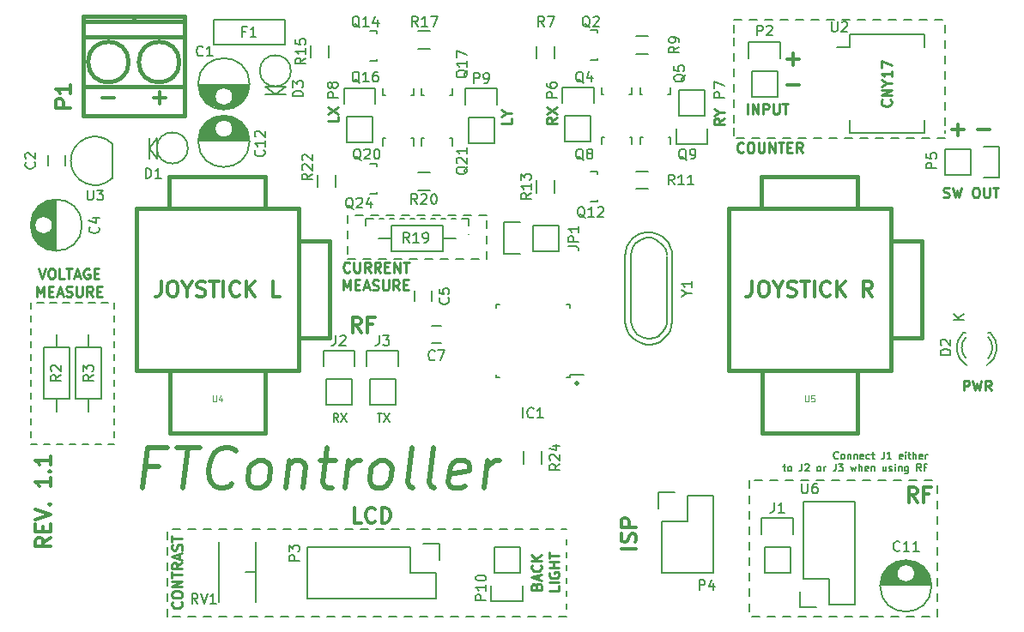
<source format=gto>
G04 #@! TF.GenerationSoftware,KiCad,Pcbnew,(5.0.0)*
G04 #@! TF.CreationDate,2018-08-15T10:41:58+02:00*
G04 #@! TF.ProjectId,FTController,4654436F6E74726F6C6C65722E6B6963,1.0*
G04 #@! TF.SameCoordinates,Original*
G04 #@! TF.FileFunction,Legend,Top*
G04 #@! TF.FilePolarity,Positive*
%FSLAX46Y46*%
G04 Gerber Fmt 4.6, Leading zero omitted, Abs format (unit mm)*
G04 Created by KiCad (PCBNEW (5.0.0)) date 08/15/18 10:41:58*
%MOMM*%
%LPD*%
G01*
G04 APERTURE LIST*
%ADD10C,0.300000*%
%ADD11C,0.200000*%
%ADD12C,0.150000*%
%ADD13C,0.250000*%
%ADD14C,0.500000*%
%ADD15C,0.381000*%
%ADD16C,0.124460*%
G04 APERTURE END LIST*
D10*
X201168000Y-126011714D02*
X201239428Y-126083142D01*
X201168000Y-126154571D01*
X201096571Y-126083142D01*
X201168000Y-126011714D01*
X201168000Y-126154571D01*
X179907428Y-121074571D02*
X179407428Y-120360285D01*
X179050285Y-121074571D02*
X179050285Y-119574571D01*
X179621714Y-119574571D01*
X179764571Y-119646000D01*
X179836000Y-119717428D01*
X179907428Y-119860285D01*
X179907428Y-120074571D01*
X179836000Y-120217428D01*
X179764571Y-120288857D01*
X179621714Y-120360285D01*
X179050285Y-120360285D01*
X181050285Y-120288857D02*
X180550285Y-120288857D01*
X180550285Y-121074571D02*
X180550285Y-119574571D01*
X181264571Y-119574571D01*
D11*
X181508476Y-129101904D02*
X181965619Y-129101904D01*
X181737047Y-129901904D02*
X181737047Y-129101904D01*
X182156095Y-129101904D02*
X182689428Y-129901904D01*
X182689428Y-129101904D02*
X182156095Y-129901904D01*
X177666666Y-129901904D02*
X177400000Y-129520952D01*
X177209523Y-129901904D02*
X177209523Y-129101904D01*
X177514285Y-129101904D01*
X177590476Y-129140000D01*
X177628571Y-129178095D01*
X177666666Y-129254285D01*
X177666666Y-129368571D01*
X177628571Y-129444761D01*
X177590476Y-129482857D01*
X177514285Y-129520952D01*
X177209523Y-129520952D01*
X177933333Y-129101904D02*
X178466666Y-129901904D01*
X178466666Y-129101904D02*
X177933333Y-129901904D01*
D12*
X236728000Y-136144000D02*
X236728000Y-136906000D01*
X232410000Y-135636000D02*
X233172000Y-135636000D01*
X235458000Y-135636000D02*
X236220000Y-135636000D01*
X233172000Y-135636000D02*
X233172000Y-135636000D01*
X230886000Y-135636000D02*
X231648000Y-135636000D01*
X231648000Y-135636000D02*
X231648000Y-135636000D01*
X234696000Y-135636000D02*
X234696000Y-135636000D01*
X233934000Y-135636000D02*
X234696000Y-135636000D01*
X236220000Y-135636000D02*
X236220000Y-135636000D01*
X226314000Y-135636000D02*
X227076000Y-135636000D01*
X229362000Y-135636000D02*
X230124000Y-135636000D01*
X224790000Y-135636000D02*
X225552000Y-135636000D01*
X227838000Y-135636000D02*
X228600000Y-135636000D01*
X230124000Y-135636000D02*
X230124000Y-135636000D01*
X225552000Y-135636000D02*
X225552000Y-135636000D01*
X227076000Y-135636000D02*
X227076000Y-135636000D01*
X228600000Y-135636000D02*
X228600000Y-135636000D01*
X223266000Y-135636000D02*
X224028000Y-135636000D01*
X221742000Y-135636000D02*
X222504000Y-135636000D01*
X222504000Y-135636000D02*
X222504000Y-135636000D01*
X224028000Y-135636000D02*
X224028000Y-135636000D01*
X220980000Y-135636000D02*
X220980000Y-135636000D01*
X220218000Y-135636000D02*
X220980000Y-135636000D01*
X219456000Y-135636000D02*
X219456000Y-135636000D01*
X218694000Y-135636000D02*
X219456000Y-135636000D01*
X236728000Y-141478000D02*
X236728000Y-141478000D01*
X236728000Y-138430000D02*
X236728000Y-138430000D01*
X236728000Y-139954000D02*
X236728000Y-139954000D01*
X236728000Y-140716000D02*
X236728000Y-141478000D01*
X236728000Y-143002000D02*
X236728000Y-143002000D01*
X236728000Y-144526000D02*
X236728000Y-144526000D01*
X236728000Y-143764000D02*
X236728000Y-144526000D01*
X236728000Y-139192000D02*
X236728000Y-139954000D01*
X236728000Y-137668000D02*
X236728000Y-138430000D01*
X236728000Y-142240000D02*
X236728000Y-143002000D01*
X236728000Y-146050000D02*
X236728000Y-146050000D01*
X236728000Y-146812000D02*
X236728000Y-147574000D01*
X236728000Y-148336000D02*
X236728000Y-149098000D01*
X236728000Y-147574000D02*
X236728000Y-147574000D01*
X236728000Y-145288000D02*
X236728000Y-146050000D01*
X228346000Y-149098000D02*
X228346000Y-149098000D01*
X224536000Y-149098000D02*
X225298000Y-149098000D01*
X225298000Y-149098000D02*
X225298000Y-149098000D01*
X227584000Y-149098000D02*
X228346000Y-149098000D01*
X235204000Y-149098000D02*
X235966000Y-149098000D01*
X232156000Y-149098000D02*
X232918000Y-149098000D01*
X229870000Y-149098000D02*
X229870000Y-149098000D01*
X235966000Y-149098000D02*
X235966000Y-149098000D01*
X229108000Y-149098000D02*
X229870000Y-149098000D01*
X233680000Y-149098000D02*
X234442000Y-149098000D01*
X226822000Y-149098000D02*
X226822000Y-149098000D01*
X231394000Y-149098000D02*
X231394000Y-149098000D01*
X234442000Y-149098000D02*
X234442000Y-149098000D01*
X226060000Y-149098000D02*
X226822000Y-149098000D01*
X232918000Y-149098000D02*
X232918000Y-149098000D01*
X230632000Y-149098000D02*
X231394000Y-149098000D01*
X219964000Y-149098000D02*
X220472000Y-149098000D01*
X223012000Y-149098000D02*
X223774000Y-149098000D01*
X220726000Y-149098000D02*
X220726000Y-149098000D01*
X223774000Y-149098000D02*
X223774000Y-149098000D01*
X222250000Y-149098000D02*
X222250000Y-149098000D01*
X221488000Y-149098000D02*
X222250000Y-149098000D01*
X220472000Y-149098000D02*
X220726000Y-149098000D01*
X218440000Y-149098000D02*
X218948000Y-149098000D01*
X218948000Y-149098000D02*
X219202000Y-149098000D01*
X219202000Y-149098000D02*
X219202000Y-149098000D01*
X218186000Y-147828000D02*
X218186000Y-148590000D01*
X218186000Y-145542000D02*
X218186000Y-145542000D01*
X218186000Y-147066000D02*
X218186000Y-147066000D01*
X218186000Y-146304000D02*
X218186000Y-147066000D01*
X218186000Y-144780000D02*
X218186000Y-145542000D01*
X218186000Y-140970000D02*
X218186000Y-140970000D01*
X218186000Y-135636000D02*
X218186000Y-136398000D01*
X218186000Y-140208000D02*
X218186000Y-140970000D01*
X218186000Y-144018000D02*
X218186000Y-144018000D01*
X218186000Y-143256000D02*
X218186000Y-144018000D01*
X218186000Y-138684000D02*
X218186000Y-139446000D01*
X218186000Y-137922000D02*
X218186000Y-137922000D01*
X218186000Y-136398000D02*
X218186000Y-136398000D01*
X218186000Y-142494000D02*
X218186000Y-142494000D01*
X218186000Y-139446000D02*
X218186000Y-139446000D01*
X218186000Y-137160000D02*
X218186000Y-137922000D01*
X218186000Y-141732000D02*
X218186000Y-142494000D01*
D10*
X221932571Y-96627142D02*
X223075428Y-96627142D01*
X221932571Y-94087142D02*
X223075428Y-94087142D01*
X222504000Y-94658571D02*
X222504000Y-93515714D01*
D13*
X217622761Y-103227142D02*
X217575142Y-103274761D01*
X217432285Y-103322380D01*
X217337047Y-103322380D01*
X217194190Y-103274761D01*
X217098952Y-103179523D01*
X217051333Y-103084285D01*
X217003714Y-102893809D01*
X217003714Y-102750952D01*
X217051333Y-102560476D01*
X217098952Y-102465238D01*
X217194190Y-102370000D01*
X217337047Y-102322380D01*
X217432285Y-102322380D01*
X217575142Y-102370000D01*
X217622761Y-102417619D01*
X218241809Y-102322380D02*
X218432285Y-102322380D01*
X218527523Y-102370000D01*
X218622761Y-102465238D01*
X218670380Y-102655714D01*
X218670380Y-102989047D01*
X218622761Y-103179523D01*
X218527523Y-103274761D01*
X218432285Y-103322380D01*
X218241809Y-103322380D01*
X218146571Y-103274761D01*
X218051333Y-103179523D01*
X218003714Y-102989047D01*
X218003714Y-102655714D01*
X218051333Y-102465238D01*
X218146571Y-102370000D01*
X218241809Y-102322380D01*
X219098952Y-102322380D02*
X219098952Y-103131904D01*
X219146571Y-103227142D01*
X219194190Y-103274761D01*
X219289428Y-103322380D01*
X219479904Y-103322380D01*
X219575142Y-103274761D01*
X219622761Y-103227142D01*
X219670380Y-103131904D01*
X219670380Y-102322380D01*
X220146571Y-103322380D02*
X220146571Y-102322380D01*
X220718000Y-103322380D01*
X220718000Y-102322380D01*
X221051333Y-102322380D02*
X221622761Y-102322380D01*
X221337047Y-103322380D02*
X221337047Y-102322380D01*
X221956095Y-102798571D02*
X222289428Y-102798571D01*
X222432285Y-103322380D02*
X221956095Y-103322380D01*
X221956095Y-102322380D01*
X222432285Y-102322380D01*
X223432285Y-103322380D02*
X223098952Y-102846190D01*
X222860857Y-103322380D02*
X222860857Y-102322380D01*
X223241809Y-102322380D01*
X223337047Y-102370000D01*
X223384666Y-102417619D01*
X223432285Y-102512857D01*
X223432285Y-102655714D01*
X223384666Y-102750952D01*
X223337047Y-102798571D01*
X223241809Y-102846190D01*
X222860857Y-102846190D01*
D12*
X216662000Y-93472000D02*
X216662000Y-94234000D01*
X216662000Y-98044000D02*
X216662000Y-98806000D01*
X216662000Y-96520000D02*
X216662000Y-97282000D01*
X216662000Y-94996000D02*
X216662000Y-95758000D01*
X216662000Y-99568000D02*
X216662000Y-100330000D01*
X216662000Y-91948000D02*
X216662000Y-92710000D01*
X216662000Y-91440000D02*
X216662000Y-90678000D01*
X216662000Y-100838000D02*
X216662000Y-101600000D01*
X237490000Y-101346000D02*
X237490000Y-101346000D01*
X237490000Y-101092000D02*
X237490000Y-101346000D01*
X216916000Y-101854000D02*
X217678000Y-101854000D01*
X232156000Y-101854000D02*
X232918000Y-101854000D01*
X236728000Y-101854000D02*
X237490000Y-101854000D01*
X235204000Y-101854000D02*
X235966000Y-101854000D01*
X230632000Y-101854000D02*
X231394000Y-101854000D01*
X218440000Y-101854000D02*
X219202000Y-101854000D01*
X229108000Y-101854000D02*
X229870000Y-101854000D01*
X224536000Y-101854000D02*
X225298000Y-101854000D01*
X223012000Y-101854000D02*
X223774000Y-101854000D01*
X227584000Y-101854000D02*
X228346000Y-101854000D01*
X219964000Y-101854000D02*
X220726000Y-101854000D01*
X233680000Y-101854000D02*
X234442000Y-101854000D01*
X221488000Y-101854000D02*
X222250000Y-101854000D01*
X226060000Y-101854000D02*
X226822000Y-101854000D01*
X237490000Y-100584000D02*
X237490000Y-99822000D01*
X237490000Y-99060000D02*
X237490000Y-98298000D01*
X237490000Y-97536000D02*
X237490000Y-96774000D01*
X237490000Y-96012000D02*
X237490000Y-95250000D01*
X237490000Y-94488000D02*
X237490000Y-93726000D01*
X237490000Y-92964000D02*
X237490000Y-92202000D01*
X237490000Y-91440000D02*
X237490000Y-90678000D01*
X236474000Y-90170000D02*
X237236000Y-90170000D01*
X234950000Y-90170000D02*
X235712000Y-90170000D01*
X230378000Y-90170000D02*
X231140000Y-90170000D01*
X228854000Y-90170000D02*
X229616000Y-90170000D01*
X233426000Y-90170000D02*
X234188000Y-90170000D01*
X231902000Y-90170000D02*
X232664000Y-90170000D01*
X222758000Y-90170000D02*
X223520000Y-90170000D01*
X224282000Y-90170000D02*
X225044000Y-90170000D01*
X225806000Y-90170000D02*
X226568000Y-90170000D01*
X227330000Y-90170000D02*
X228092000Y-90170000D01*
X221234000Y-90170000D02*
X221996000Y-90170000D01*
X219710000Y-90170000D02*
X220472000Y-90170000D01*
X218186000Y-90170000D02*
X218948000Y-90170000D01*
X216662000Y-90170000D02*
X217424000Y-90170000D01*
D13*
X178784571Y-115052142D02*
X178736952Y-115099761D01*
X178594095Y-115147380D01*
X178498857Y-115147380D01*
X178356000Y-115099761D01*
X178260761Y-115004523D01*
X178213142Y-114909285D01*
X178165523Y-114718809D01*
X178165523Y-114575952D01*
X178213142Y-114385476D01*
X178260761Y-114290238D01*
X178356000Y-114195000D01*
X178498857Y-114147380D01*
X178594095Y-114147380D01*
X178736952Y-114195000D01*
X178784571Y-114242619D01*
X179213142Y-114147380D02*
X179213142Y-114956904D01*
X179260761Y-115052142D01*
X179308380Y-115099761D01*
X179403619Y-115147380D01*
X179594095Y-115147380D01*
X179689333Y-115099761D01*
X179736952Y-115052142D01*
X179784571Y-114956904D01*
X179784571Y-114147380D01*
X180832190Y-115147380D02*
X180498857Y-114671190D01*
X180260761Y-115147380D02*
X180260761Y-114147380D01*
X180641714Y-114147380D01*
X180736952Y-114195000D01*
X180784571Y-114242619D01*
X180832190Y-114337857D01*
X180832190Y-114480714D01*
X180784571Y-114575952D01*
X180736952Y-114623571D01*
X180641714Y-114671190D01*
X180260761Y-114671190D01*
X181832190Y-115147380D02*
X181498857Y-114671190D01*
X181260761Y-115147380D02*
X181260761Y-114147380D01*
X181641714Y-114147380D01*
X181736952Y-114195000D01*
X181784571Y-114242619D01*
X181832190Y-114337857D01*
X181832190Y-114480714D01*
X181784571Y-114575952D01*
X181736952Y-114623571D01*
X181641714Y-114671190D01*
X181260761Y-114671190D01*
X182260761Y-114623571D02*
X182594095Y-114623571D01*
X182736952Y-115147380D02*
X182260761Y-115147380D01*
X182260761Y-114147380D01*
X182736952Y-114147380D01*
X183165523Y-115147380D02*
X183165523Y-114147380D01*
X183736952Y-115147380D01*
X183736952Y-114147380D01*
X184070285Y-114147380D02*
X184641714Y-114147380D01*
X184356000Y-115147380D02*
X184356000Y-114147380D01*
X178189333Y-116897380D02*
X178189333Y-115897380D01*
X178522666Y-116611666D01*
X178856000Y-115897380D01*
X178856000Y-116897380D01*
X179332190Y-116373571D02*
X179665523Y-116373571D01*
X179808380Y-116897380D02*
X179332190Y-116897380D01*
X179332190Y-115897380D01*
X179808380Y-115897380D01*
X180189333Y-116611666D02*
X180665523Y-116611666D01*
X180094095Y-116897380D02*
X180427428Y-115897380D01*
X180760761Y-116897380D01*
X181046476Y-116849761D02*
X181189333Y-116897380D01*
X181427428Y-116897380D01*
X181522666Y-116849761D01*
X181570285Y-116802142D01*
X181617904Y-116706904D01*
X181617904Y-116611666D01*
X181570285Y-116516428D01*
X181522666Y-116468809D01*
X181427428Y-116421190D01*
X181236952Y-116373571D01*
X181141714Y-116325952D01*
X181094095Y-116278333D01*
X181046476Y-116183095D01*
X181046476Y-116087857D01*
X181094095Y-115992619D01*
X181141714Y-115945000D01*
X181236952Y-115897380D01*
X181475047Y-115897380D01*
X181617904Y-115945000D01*
X182046476Y-115897380D02*
X182046476Y-116706904D01*
X182094095Y-116802142D01*
X182141714Y-116849761D01*
X182236952Y-116897380D01*
X182427428Y-116897380D01*
X182522666Y-116849761D01*
X182570285Y-116802142D01*
X182617904Y-116706904D01*
X182617904Y-115897380D01*
X183665523Y-116897380D02*
X183332190Y-116421190D01*
X183094095Y-116897380D02*
X183094095Y-115897380D01*
X183475047Y-115897380D01*
X183570285Y-115945000D01*
X183617904Y-115992619D01*
X183665523Y-116087857D01*
X183665523Y-116230714D01*
X183617904Y-116325952D01*
X183570285Y-116373571D01*
X183475047Y-116421190D01*
X183094095Y-116421190D01*
X184094095Y-116373571D02*
X184427428Y-116373571D01*
X184570285Y-116897380D02*
X184094095Y-116897380D01*
X184094095Y-115897380D01*
X184570285Y-115897380D01*
D12*
X178562000Y-112522000D02*
X178562000Y-113284000D01*
X178562000Y-110998000D02*
X178562000Y-111760000D01*
X180086000Y-109474000D02*
X179324000Y-109474000D01*
X181610000Y-109474000D02*
X180848000Y-109474000D01*
X183134000Y-109474000D02*
X182372000Y-109474000D01*
X184658000Y-109474000D02*
X183896000Y-109474000D01*
X186182000Y-109474000D02*
X185420000Y-109474000D01*
X187706000Y-109474000D02*
X186944000Y-109474000D01*
X189230000Y-109474000D02*
X188468000Y-109474000D01*
X190754000Y-109474000D02*
X189992000Y-109474000D01*
X192278000Y-110744000D02*
X192278000Y-109982000D01*
X192278000Y-112268000D02*
X192278000Y-111506000D01*
X190754000Y-113792000D02*
X191516000Y-113792000D01*
X189230000Y-113792000D02*
X189992000Y-113792000D01*
X187706000Y-113792000D02*
X188468000Y-113792000D01*
X186182000Y-113792000D02*
X186944000Y-113792000D01*
X184658000Y-113792000D02*
X185420000Y-113792000D01*
X183134000Y-113792000D02*
X183896000Y-113792000D01*
X181610000Y-113792000D02*
X182372000Y-113792000D01*
X180086000Y-113792000D02*
X180848000Y-113792000D01*
X178562000Y-113792000D02*
X179324000Y-113792000D01*
X161290000Y-149098000D02*
X161798000Y-149098000D01*
X162052000Y-149098000D02*
X162052000Y-149098000D01*
X161798000Y-149098000D02*
X162052000Y-149098000D01*
X161290000Y-140462000D02*
X162052000Y-140462000D01*
X200152000Y-140462000D02*
X200152000Y-140462000D01*
X199644000Y-140462000D02*
X200152000Y-140462000D01*
X198120000Y-140462000D02*
X198882000Y-140462000D01*
X196596000Y-140462000D02*
X197358000Y-140462000D01*
X195072000Y-140462000D02*
X195834000Y-140462000D01*
X193548000Y-140462000D02*
X194310000Y-140462000D01*
X192024000Y-140462000D02*
X192786000Y-140462000D01*
X190500000Y-140462000D02*
X191262000Y-140462000D01*
X188976000Y-140462000D02*
X189738000Y-140462000D01*
X187452000Y-140462000D02*
X188214000Y-140462000D01*
X185928000Y-140462000D02*
X186690000Y-140462000D01*
X184404000Y-140462000D02*
X185166000Y-140462000D01*
X182880000Y-140462000D02*
X183642000Y-140462000D01*
X181356000Y-140462000D02*
X182118000Y-140462000D01*
X179832000Y-140462000D02*
X180594000Y-140462000D01*
X178308000Y-140462000D02*
X179070000Y-140462000D01*
X176784000Y-140462000D02*
X177546000Y-140462000D01*
X175260000Y-140462000D02*
X176022000Y-140462000D01*
X173736000Y-140462000D02*
X174498000Y-140462000D01*
X172212000Y-140462000D02*
X172974000Y-140462000D01*
X170688000Y-140462000D02*
X171450000Y-140462000D01*
X169164000Y-140462000D02*
X169926000Y-140462000D01*
X167386000Y-140462000D02*
X168148000Y-140462000D01*
X165862000Y-140462000D02*
X166624000Y-140462000D01*
X164338000Y-140462000D02*
X165100000Y-140462000D01*
X162814000Y-140462000D02*
X163576000Y-140462000D01*
X200152000Y-141986000D02*
X200152000Y-141478000D01*
X200152000Y-143256000D02*
X200152000Y-142748000D01*
X200152000Y-144526000D02*
X200152000Y-144018000D01*
X200152000Y-145796000D02*
X200152000Y-145288000D01*
X200152000Y-147066000D02*
X200152000Y-146558000D01*
X200152000Y-147828000D02*
X200152000Y-147828000D01*
X200152000Y-148336000D02*
X200152000Y-147828000D01*
X199390000Y-149098000D02*
X200152000Y-149098000D01*
X197866000Y-149098000D02*
X198628000Y-149098000D01*
X196342000Y-149098000D02*
X197104000Y-149098000D01*
X194818000Y-149098000D02*
X195580000Y-149098000D01*
X193294000Y-149098000D02*
X194056000Y-149098000D01*
X191770000Y-149098000D02*
X192532000Y-149098000D01*
X190246000Y-149098000D02*
X191008000Y-149098000D01*
X188722000Y-149098000D02*
X189484000Y-149098000D01*
X187198000Y-149098000D02*
X187960000Y-149098000D01*
X185674000Y-149098000D02*
X186436000Y-149098000D01*
X184150000Y-149098000D02*
X184912000Y-149098000D01*
X182626000Y-149098000D02*
X183388000Y-149098000D01*
X181102000Y-149098000D02*
X181864000Y-149098000D01*
X179578000Y-149098000D02*
X180340000Y-149098000D01*
X180340000Y-149098000D02*
X180340000Y-149098000D01*
X178054000Y-149098000D02*
X178816000Y-149098000D01*
X178816000Y-149098000D02*
X178816000Y-149098000D01*
X176530000Y-149098000D02*
X177292000Y-149098000D01*
X177292000Y-149098000D02*
X177292000Y-149098000D01*
X175768000Y-149098000D02*
X175768000Y-149098000D01*
X175006000Y-149098000D02*
X175768000Y-149098000D01*
X174244000Y-149098000D02*
X174244000Y-149098000D01*
X173482000Y-149098000D02*
X174244000Y-149098000D01*
X172720000Y-149098000D02*
X172720000Y-149098000D01*
X171958000Y-149098000D02*
X172720000Y-149098000D01*
X171196000Y-149098000D02*
X171196000Y-149098000D01*
X170434000Y-149098000D02*
X171196000Y-149098000D01*
X168910000Y-149098000D02*
X169672000Y-149098000D01*
X169672000Y-149098000D02*
X169672000Y-149098000D01*
X168148000Y-149098000D02*
X168148000Y-149098000D01*
X167386000Y-149098000D02*
X168148000Y-149098000D01*
X166624000Y-149098000D02*
X166624000Y-149098000D01*
X165862000Y-149098000D02*
X166624000Y-149098000D01*
X165100000Y-149098000D02*
X165100000Y-149098000D01*
X164338000Y-149098000D02*
X165100000Y-149098000D01*
X163576000Y-149098000D02*
X163576000Y-149098000D01*
X163322000Y-149098000D02*
X163576000Y-149098000D01*
X162814000Y-149098000D02*
X163322000Y-149098000D01*
X160782000Y-149098000D02*
X160782000Y-149098000D01*
X160782000Y-148336000D02*
X160782000Y-149098000D01*
X160782000Y-147574000D02*
X160782000Y-147574000D01*
X160782000Y-146812000D02*
X160782000Y-147574000D01*
X160782000Y-146050000D02*
X160782000Y-146050000D01*
X160782000Y-145288000D02*
X160782000Y-146050000D01*
X160782000Y-144526000D02*
X160782000Y-144526000D01*
X160782000Y-143764000D02*
X160782000Y-144526000D01*
X160782000Y-143002000D02*
X160782000Y-143002000D01*
X160782000Y-142240000D02*
X160782000Y-143002000D01*
X160782000Y-141478000D02*
X160782000Y-141478000D01*
X160782000Y-140716000D02*
X160782000Y-141478000D01*
D10*
X154368571Y-97897142D02*
X155511428Y-97897142D01*
D12*
X180340000Y-109855000D02*
X180340000Y-109855000D01*
X180467000Y-109855000D02*
X180340000Y-109855000D01*
X180594000Y-109855000D02*
X180594000Y-109855000D01*
X180721000Y-109855000D02*
X180594000Y-109855000D01*
X180467000Y-109855000D02*
X180467000Y-109855000D01*
X180594000Y-109855000D02*
X180467000Y-109855000D01*
X180340000Y-109855000D02*
X180340000Y-109855000D01*
X180340000Y-110109000D02*
X180340000Y-109855000D01*
X180721000Y-109855000D02*
X180721000Y-109855000D01*
X181102000Y-109855000D02*
X180721000Y-109855000D01*
X181737000Y-109855000D02*
X181737000Y-109855000D01*
X182118000Y-109855000D02*
X181737000Y-109855000D01*
X182753000Y-109855000D02*
X182753000Y-109855000D01*
X182753000Y-109855000D02*
X182753000Y-109855000D01*
X183134000Y-109855000D02*
X182753000Y-109855000D01*
X183769000Y-109855000D02*
X183769000Y-109855000D01*
X184150000Y-109855000D02*
X183769000Y-109855000D01*
X184785000Y-109855000D02*
X184785000Y-109855000D01*
X185166000Y-109855000D02*
X184785000Y-109855000D01*
X185801000Y-109855000D02*
X185801000Y-109855000D01*
X186182000Y-109855000D02*
X185801000Y-109855000D01*
X186817000Y-109855000D02*
X186817000Y-109855000D01*
X187198000Y-109855000D02*
X186817000Y-109855000D01*
X187833000Y-109855000D02*
X187833000Y-109855000D01*
X188214000Y-109855000D02*
X187833000Y-109855000D01*
X188849000Y-109855000D02*
X188849000Y-109855000D01*
X189230000Y-109855000D02*
X188849000Y-109855000D01*
X189865000Y-109855000D02*
X189865000Y-109855000D01*
X190500000Y-109855000D02*
X189865000Y-109855000D01*
X190500000Y-109855000D02*
X190500000Y-109855000D01*
X190500000Y-110109000D02*
X190500000Y-109855000D01*
X190500000Y-110490000D02*
X190500000Y-110490000D01*
X190500000Y-110109000D02*
X190500000Y-110490000D01*
X180340000Y-110490000D02*
X180340000Y-110490000D01*
X180340000Y-110109000D02*
X180340000Y-110490000D01*
X190500000Y-111379000D02*
X190500000Y-111379000D01*
X190500000Y-110109000D02*
X190500000Y-110109000D01*
X148590000Y-118110000D02*
X147955000Y-118110000D01*
X149860000Y-118110000D02*
X149225000Y-118110000D01*
X151130000Y-118110000D02*
X150495000Y-118110000D01*
X152400000Y-118110000D02*
X151765000Y-118110000D01*
X153670000Y-118110000D02*
X153035000Y-118110000D01*
X154305000Y-118110000D02*
X154940000Y-118110000D01*
X155575000Y-118745000D02*
X155575000Y-118110000D01*
X155575000Y-120015000D02*
X155575000Y-119380000D01*
X155575000Y-121285000D02*
X155575000Y-120650000D01*
X155575000Y-122555000D02*
X155575000Y-121920000D01*
X155575000Y-123825000D02*
X155575000Y-123190000D01*
X155575000Y-125095000D02*
X155575000Y-124460000D01*
X155575000Y-126365000D02*
X155575000Y-125730000D01*
X155575000Y-127635000D02*
X155575000Y-127000000D01*
X155575000Y-128905000D02*
X155575000Y-128270000D01*
X155575000Y-130175000D02*
X155575000Y-129540000D01*
X155575000Y-131445000D02*
X155575000Y-130810000D01*
X154940000Y-132080000D02*
X155575000Y-132080000D01*
X153670000Y-132080000D02*
X154305000Y-132080000D01*
X152400000Y-132080000D02*
X153035000Y-132080000D01*
X151130000Y-132080000D02*
X151765000Y-132080000D01*
X149860000Y-132080000D02*
X150495000Y-132080000D01*
X148590000Y-132080000D02*
X149225000Y-132080000D01*
X147320000Y-132080000D02*
X147955000Y-132080000D01*
X147320000Y-130810000D02*
X147320000Y-131445000D01*
X147320000Y-129540000D02*
X147320000Y-130175000D01*
X147320000Y-128270000D02*
X147320000Y-128905000D01*
X147320000Y-127000000D02*
X147320000Y-127635000D01*
X147320000Y-125730000D02*
X147320000Y-126365000D01*
X147320000Y-124460000D02*
X147320000Y-125095000D01*
X147320000Y-123190000D02*
X147320000Y-123825000D01*
X147320000Y-121920000D02*
X147320000Y-122555000D01*
X147320000Y-121285000D02*
X147320000Y-121285000D01*
X147320000Y-120650000D02*
X147320000Y-121285000D01*
X147320000Y-120015000D02*
X147320000Y-120015000D01*
X147320000Y-119380000D02*
X147320000Y-120015000D01*
X226968500Y-133508000D02*
X226935166Y-133541333D01*
X226835166Y-133574666D01*
X226768500Y-133574666D01*
X226668500Y-133541333D01*
X226601833Y-133474666D01*
X226568500Y-133408000D01*
X226535166Y-133274666D01*
X226535166Y-133174666D01*
X226568500Y-133041333D01*
X226601833Y-132974666D01*
X226668500Y-132908000D01*
X226768500Y-132874666D01*
X226835166Y-132874666D01*
X226935166Y-132908000D01*
X226968500Y-132941333D01*
X227368500Y-133574666D02*
X227301833Y-133541333D01*
X227268500Y-133508000D01*
X227235166Y-133441333D01*
X227235166Y-133241333D01*
X227268500Y-133174666D01*
X227301833Y-133141333D01*
X227368500Y-133108000D01*
X227468500Y-133108000D01*
X227535166Y-133141333D01*
X227568500Y-133174666D01*
X227601833Y-133241333D01*
X227601833Y-133441333D01*
X227568500Y-133508000D01*
X227535166Y-133541333D01*
X227468500Y-133574666D01*
X227368500Y-133574666D01*
X227901833Y-133108000D02*
X227901833Y-133574666D01*
X227901833Y-133174666D02*
X227935166Y-133141333D01*
X228001833Y-133108000D01*
X228101833Y-133108000D01*
X228168500Y-133141333D01*
X228201833Y-133208000D01*
X228201833Y-133574666D01*
X228535166Y-133108000D02*
X228535166Y-133574666D01*
X228535166Y-133174666D02*
X228568500Y-133141333D01*
X228635166Y-133108000D01*
X228735166Y-133108000D01*
X228801833Y-133141333D01*
X228835166Y-133208000D01*
X228835166Y-133574666D01*
X229435166Y-133541333D02*
X229368500Y-133574666D01*
X229235166Y-133574666D01*
X229168500Y-133541333D01*
X229135166Y-133474666D01*
X229135166Y-133208000D01*
X229168500Y-133141333D01*
X229235166Y-133108000D01*
X229368500Y-133108000D01*
X229435166Y-133141333D01*
X229468500Y-133208000D01*
X229468500Y-133274666D01*
X229135166Y-133341333D01*
X230068500Y-133541333D02*
X230001833Y-133574666D01*
X229868500Y-133574666D01*
X229801833Y-133541333D01*
X229768500Y-133508000D01*
X229735166Y-133441333D01*
X229735166Y-133241333D01*
X229768500Y-133174666D01*
X229801833Y-133141333D01*
X229868500Y-133108000D01*
X230001833Y-133108000D01*
X230068500Y-133141333D01*
X230268500Y-133108000D02*
X230535166Y-133108000D01*
X230368500Y-132874666D02*
X230368500Y-133474666D01*
X230401833Y-133541333D01*
X230468500Y-133574666D01*
X230535166Y-133574666D01*
X231501833Y-132874666D02*
X231501833Y-133374666D01*
X231468500Y-133474666D01*
X231401833Y-133541333D01*
X231301833Y-133574666D01*
X231235166Y-133574666D01*
X232201833Y-133574666D02*
X231801833Y-133574666D01*
X232001833Y-133574666D02*
X232001833Y-132874666D01*
X231935166Y-132974666D01*
X231868500Y-133041333D01*
X231801833Y-133074666D01*
X233301833Y-133541333D02*
X233235166Y-133574666D01*
X233101833Y-133574666D01*
X233035166Y-133541333D01*
X233001833Y-133474666D01*
X233001833Y-133208000D01*
X233035166Y-133141333D01*
X233101833Y-133108000D01*
X233235166Y-133108000D01*
X233301833Y-133141333D01*
X233335166Y-133208000D01*
X233335166Y-133274666D01*
X233001833Y-133341333D01*
X233635166Y-133574666D02*
X233635166Y-133108000D01*
X233635166Y-132874666D02*
X233601833Y-132908000D01*
X233635166Y-132941333D01*
X233668500Y-132908000D01*
X233635166Y-132874666D01*
X233635166Y-132941333D01*
X233868500Y-133108000D02*
X234135166Y-133108000D01*
X233968500Y-132874666D02*
X233968500Y-133474666D01*
X234001833Y-133541333D01*
X234068500Y-133574666D01*
X234135166Y-133574666D01*
X234368500Y-133574666D02*
X234368500Y-132874666D01*
X234668500Y-133574666D02*
X234668500Y-133208000D01*
X234635166Y-133141333D01*
X234568500Y-133108000D01*
X234468500Y-133108000D01*
X234401833Y-133141333D01*
X234368500Y-133174666D01*
X235268500Y-133541333D02*
X235201833Y-133574666D01*
X235068500Y-133574666D01*
X235001833Y-133541333D01*
X234968500Y-133474666D01*
X234968500Y-133208000D01*
X235001833Y-133141333D01*
X235068500Y-133108000D01*
X235201833Y-133108000D01*
X235268500Y-133141333D01*
X235301833Y-133208000D01*
X235301833Y-133274666D01*
X234968500Y-133341333D01*
X235601833Y-133574666D02*
X235601833Y-133108000D01*
X235601833Y-133241333D02*
X235635166Y-133174666D01*
X235668500Y-133141333D01*
X235735166Y-133108000D01*
X235801833Y-133108000D01*
X221535166Y-134308000D02*
X221801833Y-134308000D01*
X221635166Y-134074666D02*
X221635166Y-134674666D01*
X221668500Y-134741333D01*
X221735166Y-134774666D01*
X221801833Y-134774666D01*
X222135166Y-134774666D02*
X222068500Y-134741333D01*
X222035166Y-134708000D01*
X222001833Y-134641333D01*
X222001833Y-134441333D01*
X222035166Y-134374666D01*
X222068500Y-134341333D01*
X222135166Y-134308000D01*
X222235166Y-134308000D01*
X222301833Y-134341333D01*
X222335166Y-134374666D01*
X222368500Y-134441333D01*
X222368500Y-134641333D01*
X222335166Y-134708000D01*
X222301833Y-134741333D01*
X222235166Y-134774666D01*
X222135166Y-134774666D01*
X223401833Y-134074666D02*
X223401833Y-134574666D01*
X223368500Y-134674666D01*
X223301833Y-134741333D01*
X223201833Y-134774666D01*
X223135166Y-134774666D01*
X223701833Y-134141333D02*
X223735166Y-134108000D01*
X223801833Y-134074666D01*
X223968500Y-134074666D01*
X224035166Y-134108000D01*
X224068500Y-134141333D01*
X224101833Y-134208000D01*
X224101833Y-134274666D01*
X224068500Y-134374666D01*
X223668500Y-134774666D01*
X224101833Y-134774666D01*
X225035166Y-134774666D02*
X224968500Y-134741333D01*
X224935166Y-134708000D01*
X224901833Y-134641333D01*
X224901833Y-134441333D01*
X224935166Y-134374666D01*
X224968500Y-134341333D01*
X225035166Y-134308000D01*
X225135166Y-134308000D01*
X225201833Y-134341333D01*
X225235166Y-134374666D01*
X225268500Y-134441333D01*
X225268500Y-134641333D01*
X225235166Y-134708000D01*
X225201833Y-134741333D01*
X225135166Y-134774666D01*
X225035166Y-134774666D01*
X225568500Y-134774666D02*
X225568500Y-134308000D01*
X225568500Y-134441333D02*
X225601833Y-134374666D01*
X225635166Y-134341333D01*
X225701833Y-134308000D01*
X225768500Y-134308000D01*
X226735166Y-134074666D02*
X226735166Y-134574666D01*
X226701833Y-134674666D01*
X226635166Y-134741333D01*
X226535166Y-134774666D01*
X226468500Y-134774666D01*
X227001833Y-134074666D02*
X227435166Y-134074666D01*
X227201833Y-134341333D01*
X227301833Y-134341333D01*
X227368500Y-134374666D01*
X227401833Y-134408000D01*
X227435166Y-134474666D01*
X227435166Y-134641333D01*
X227401833Y-134708000D01*
X227368500Y-134741333D01*
X227301833Y-134774666D01*
X227101833Y-134774666D01*
X227035166Y-134741333D01*
X227001833Y-134708000D01*
X228201833Y-134308000D02*
X228335166Y-134774666D01*
X228468500Y-134441333D01*
X228601833Y-134774666D01*
X228735166Y-134308000D01*
X229001833Y-134774666D02*
X229001833Y-134074666D01*
X229301833Y-134774666D02*
X229301833Y-134408000D01*
X229268500Y-134341333D01*
X229201833Y-134308000D01*
X229101833Y-134308000D01*
X229035166Y-134341333D01*
X229001833Y-134374666D01*
X229901833Y-134741333D02*
X229835166Y-134774666D01*
X229701833Y-134774666D01*
X229635166Y-134741333D01*
X229601833Y-134674666D01*
X229601833Y-134408000D01*
X229635166Y-134341333D01*
X229701833Y-134308000D01*
X229835166Y-134308000D01*
X229901833Y-134341333D01*
X229935166Y-134408000D01*
X229935166Y-134474666D01*
X229601833Y-134541333D01*
X230235166Y-134308000D02*
X230235166Y-134774666D01*
X230235166Y-134374666D02*
X230268500Y-134341333D01*
X230335166Y-134308000D01*
X230435166Y-134308000D01*
X230501833Y-134341333D01*
X230535166Y-134408000D01*
X230535166Y-134774666D01*
X231701833Y-134308000D02*
X231701833Y-134774666D01*
X231401833Y-134308000D02*
X231401833Y-134674666D01*
X231435166Y-134741333D01*
X231501833Y-134774666D01*
X231601833Y-134774666D01*
X231668500Y-134741333D01*
X231701833Y-134708000D01*
X232001833Y-134741333D02*
X232068500Y-134774666D01*
X232201833Y-134774666D01*
X232268500Y-134741333D01*
X232301833Y-134674666D01*
X232301833Y-134641333D01*
X232268500Y-134574666D01*
X232201833Y-134541333D01*
X232101833Y-134541333D01*
X232035166Y-134508000D01*
X232001833Y-134441333D01*
X232001833Y-134408000D01*
X232035166Y-134341333D01*
X232101833Y-134308000D01*
X232201833Y-134308000D01*
X232268500Y-134341333D01*
X232601833Y-134774666D02*
X232601833Y-134308000D01*
X232601833Y-134074666D02*
X232568500Y-134108000D01*
X232601833Y-134141333D01*
X232635166Y-134108000D01*
X232601833Y-134074666D01*
X232601833Y-134141333D01*
X232935166Y-134308000D02*
X232935166Y-134774666D01*
X232935166Y-134374666D02*
X232968500Y-134341333D01*
X233035166Y-134308000D01*
X233135166Y-134308000D01*
X233201833Y-134341333D01*
X233235166Y-134408000D01*
X233235166Y-134774666D01*
X233868500Y-134308000D02*
X233868500Y-134874666D01*
X233835166Y-134941333D01*
X233801833Y-134974666D01*
X233735166Y-135008000D01*
X233635166Y-135008000D01*
X233568500Y-134974666D01*
X233868500Y-134741333D02*
X233801833Y-134774666D01*
X233668500Y-134774666D01*
X233601833Y-134741333D01*
X233568500Y-134708000D01*
X233535166Y-134641333D01*
X233535166Y-134441333D01*
X233568500Y-134374666D01*
X233601833Y-134341333D01*
X233668500Y-134308000D01*
X233801833Y-134308000D01*
X233868500Y-134341333D01*
X235135166Y-134774666D02*
X234901833Y-134441333D01*
X234735166Y-134774666D02*
X234735166Y-134074666D01*
X235001833Y-134074666D01*
X235068500Y-134108000D01*
X235101833Y-134141333D01*
X235135166Y-134208000D01*
X235135166Y-134308000D01*
X235101833Y-134374666D01*
X235068500Y-134408000D01*
X235001833Y-134441333D01*
X234735166Y-134441333D01*
X235668500Y-134408000D02*
X235435166Y-134408000D01*
X235435166Y-134774666D02*
X235435166Y-134074666D01*
X235768500Y-134074666D01*
X178562000Y-109474000D02*
X178562000Y-110236000D01*
X192278000Y-109474000D02*
X191516000Y-109474000D01*
X192278000Y-113792000D02*
X192278000Y-113030000D01*
D13*
X148106190Y-114782380D02*
X148439523Y-115782380D01*
X148772857Y-114782380D01*
X149296666Y-114782380D02*
X149487142Y-114782380D01*
X149582380Y-114830000D01*
X149677619Y-114925238D01*
X149725238Y-115115714D01*
X149725238Y-115449047D01*
X149677619Y-115639523D01*
X149582380Y-115734761D01*
X149487142Y-115782380D01*
X149296666Y-115782380D01*
X149201428Y-115734761D01*
X149106190Y-115639523D01*
X149058571Y-115449047D01*
X149058571Y-115115714D01*
X149106190Y-114925238D01*
X149201428Y-114830000D01*
X149296666Y-114782380D01*
X150630000Y-115782380D02*
X150153809Y-115782380D01*
X150153809Y-114782380D01*
X150820476Y-114782380D02*
X151391904Y-114782380D01*
X151106190Y-115782380D02*
X151106190Y-114782380D01*
X151677619Y-115496666D02*
X152153809Y-115496666D01*
X151582380Y-115782380D02*
X151915714Y-114782380D01*
X152249047Y-115782380D01*
X153106190Y-114830000D02*
X153010952Y-114782380D01*
X152868095Y-114782380D01*
X152725238Y-114830000D01*
X152630000Y-114925238D01*
X152582380Y-115020476D01*
X152534761Y-115210952D01*
X152534761Y-115353809D01*
X152582380Y-115544285D01*
X152630000Y-115639523D01*
X152725238Y-115734761D01*
X152868095Y-115782380D01*
X152963333Y-115782380D01*
X153106190Y-115734761D01*
X153153809Y-115687142D01*
X153153809Y-115353809D01*
X152963333Y-115353809D01*
X153582380Y-115258571D02*
X153915714Y-115258571D01*
X154058571Y-115782380D02*
X153582380Y-115782380D01*
X153582380Y-114782380D01*
X154058571Y-114782380D01*
X147963333Y-117532380D02*
X147963333Y-116532380D01*
X148296666Y-117246666D01*
X148630000Y-116532380D01*
X148630000Y-117532380D01*
X149106190Y-117008571D02*
X149439523Y-117008571D01*
X149582380Y-117532380D02*
X149106190Y-117532380D01*
X149106190Y-116532380D01*
X149582380Y-116532380D01*
X149963333Y-117246666D02*
X150439523Y-117246666D01*
X149868095Y-117532380D02*
X150201428Y-116532380D01*
X150534761Y-117532380D01*
X150820476Y-117484761D02*
X150963333Y-117532380D01*
X151201428Y-117532380D01*
X151296666Y-117484761D01*
X151344285Y-117437142D01*
X151391904Y-117341904D01*
X151391904Y-117246666D01*
X151344285Y-117151428D01*
X151296666Y-117103809D01*
X151201428Y-117056190D01*
X151010952Y-117008571D01*
X150915714Y-116960952D01*
X150868095Y-116913333D01*
X150820476Y-116818095D01*
X150820476Y-116722857D01*
X150868095Y-116627619D01*
X150915714Y-116580000D01*
X151010952Y-116532380D01*
X151249047Y-116532380D01*
X151391904Y-116580000D01*
X151820476Y-116532380D02*
X151820476Y-117341904D01*
X151868095Y-117437142D01*
X151915714Y-117484761D01*
X152010952Y-117532380D01*
X152201428Y-117532380D01*
X152296666Y-117484761D01*
X152344285Y-117437142D01*
X152391904Y-117341904D01*
X152391904Y-116532380D01*
X153439523Y-117532380D02*
X153106190Y-117056190D01*
X152868095Y-117532380D02*
X152868095Y-116532380D01*
X153249047Y-116532380D01*
X153344285Y-116580000D01*
X153391904Y-116627619D01*
X153439523Y-116722857D01*
X153439523Y-116865714D01*
X153391904Y-116960952D01*
X153344285Y-117008571D01*
X153249047Y-117056190D01*
X152868095Y-117056190D01*
X153868095Y-117008571D02*
X154201428Y-117008571D01*
X154344285Y-117532380D02*
X153868095Y-117532380D01*
X153868095Y-116532380D01*
X154344285Y-116532380D01*
D12*
X147320000Y-118745000D02*
X147320000Y-118745000D01*
X147320000Y-118110000D02*
X147320000Y-118745000D01*
D10*
X234771428Y-137838571D02*
X234271428Y-137124285D01*
X233914285Y-137838571D02*
X233914285Y-136338571D01*
X234485714Y-136338571D01*
X234628571Y-136410000D01*
X234700000Y-136481428D01*
X234771428Y-136624285D01*
X234771428Y-136838571D01*
X234700000Y-136981428D01*
X234628571Y-137052857D01*
X234485714Y-137124285D01*
X233914285Y-137124285D01*
X235914285Y-137052857D02*
X235414285Y-137052857D01*
X235414285Y-137838571D02*
X235414285Y-136338571D01*
X236128571Y-136338571D01*
D13*
X232132142Y-98115238D02*
X232179761Y-98162857D01*
X232227380Y-98305714D01*
X232227380Y-98400952D01*
X232179761Y-98543809D01*
X232084523Y-98639047D01*
X231989285Y-98686666D01*
X231798809Y-98734285D01*
X231655952Y-98734285D01*
X231465476Y-98686666D01*
X231370238Y-98639047D01*
X231275000Y-98543809D01*
X231227380Y-98400952D01*
X231227380Y-98305714D01*
X231275000Y-98162857D01*
X231322619Y-98115238D01*
X232227380Y-97686666D02*
X231227380Y-97686666D01*
X232227380Y-97115238D01*
X231227380Y-97115238D01*
X231751190Y-96448571D02*
X232227380Y-96448571D01*
X231227380Y-96781904D02*
X231751190Y-96448571D01*
X231227380Y-96115238D01*
X232227380Y-95258095D02*
X232227380Y-95829523D01*
X232227380Y-95543809D02*
X231227380Y-95543809D01*
X231370238Y-95639047D01*
X231465476Y-95734285D01*
X231513095Y-95829523D01*
X231227380Y-94924761D02*
X231227380Y-94258095D01*
X232227380Y-94686666D01*
X177617380Y-99734666D02*
X177617380Y-100210857D01*
X176617380Y-100210857D01*
X176617380Y-99496571D02*
X177617380Y-98829904D01*
X176617380Y-98829904D02*
X177617380Y-99496571D01*
X194762380Y-99941047D02*
X194762380Y-100417238D01*
X193762380Y-100417238D01*
X194286190Y-99417238D02*
X194762380Y-99417238D01*
X193762380Y-99750571D02*
X194286190Y-99417238D01*
X193762380Y-99083904D01*
X239331666Y-126817380D02*
X239331666Y-125817380D01*
X239712619Y-125817380D01*
X239807857Y-125865000D01*
X239855476Y-125912619D01*
X239903095Y-126007857D01*
X239903095Y-126150714D01*
X239855476Y-126245952D01*
X239807857Y-126293571D01*
X239712619Y-126341190D01*
X239331666Y-126341190D01*
X240236428Y-125817380D02*
X240474523Y-126817380D01*
X240665000Y-126103095D01*
X240855476Y-126817380D01*
X241093571Y-125817380D01*
X242045952Y-126817380D02*
X241712619Y-126341190D01*
X241474523Y-126817380D02*
X241474523Y-125817380D01*
X241855476Y-125817380D01*
X241950714Y-125865000D01*
X241998333Y-125912619D01*
X242045952Y-126007857D01*
X242045952Y-126150714D01*
X241998333Y-126245952D01*
X241950714Y-126293571D01*
X241855476Y-126341190D01*
X241474523Y-126341190D01*
X237363333Y-107719761D02*
X237506190Y-107767380D01*
X237744285Y-107767380D01*
X237839523Y-107719761D01*
X237887142Y-107672142D01*
X237934761Y-107576904D01*
X237934761Y-107481666D01*
X237887142Y-107386428D01*
X237839523Y-107338809D01*
X237744285Y-107291190D01*
X237553809Y-107243571D01*
X237458571Y-107195952D01*
X237410952Y-107148333D01*
X237363333Y-107053095D01*
X237363333Y-106957857D01*
X237410952Y-106862619D01*
X237458571Y-106815000D01*
X237553809Y-106767380D01*
X237791904Y-106767380D01*
X237934761Y-106815000D01*
X238268095Y-106767380D02*
X238506190Y-107767380D01*
X238696666Y-107053095D01*
X238887142Y-107767380D01*
X239125238Y-106767380D01*
X240458571Y-106767380D02*
X240649047Y-106767380D01*
X240744285Y-106815000D01*
X240839523Y-106910238D01*
X240887142Y-107100714D01*
X240887142Y-107434047D01*
X240839523Y-107624523D01*
X240744285Y-107719761D01*
X240649047Y-107767380D01*
X240458571Y-107767380D01*
X240363333Y-107719761D01*
X240268095Y-107624523D01*
X240220476Y-107434047D01*
X240220476Y-107100714D01*
X240268095Y-106910238D01*
X240363333Y-106815000D01*
X240458571Y-106767380D01*
X241315714Y-106767380D02*
X241315714Y-107576904D01*
X241363333Y-107672142D01*
X241410952Y-107719761D01*
X241506190Y-107767380D01*
X241696666Y-107767380D01*
X241791904Y-107719761D01*
X241839523Y-107672142D01*
X241887142Y-107576904D01*
X241887142Y-106767380D01*
X242220476Y-106767380D02*
X242791904Y-106767380D01*
X242506190Y-107767380D02*
X242506190Y-106767380D01*
D10*
X240728571Y-101072142D02*
X241871428Y-101072142D01*
X238188571Y-101072142D02*
X239331428Y-101072142D01*
X238760000Y-101643571D02*
X238760000Y-100500714D01*
X149268571Y-141366428D02*
X148554285Y-141866428D01*
X149268571Y-142223571D02*
X147768571Y-142223571D01*
X147768571Y-141652142D01*
X147840000Y-141509285D01*
X147911428Y-141437857D01*
X148054285Y-141366428D01*
X148268571Y-141366428D01*
X148411428Y-141437857D01*
X148482857Y-141509285D01*
X148554285Y-141652142D01*
X148554285Y-142223571D01*
X148482857Y-140723571D02*
X148482857Y-140223571D01*
X149268571Y-140009285D02*
X149268571Y-140723571D01*
X147768571Y-140723571D01*
X147768571Y-140009285D01*
X147768571Y-139580714D02*
X149268571Y-139080714D01*
X147768571Y-138580714D01*
X149125714Y-138080714D02*
X149197142Y-138009285D01*
X149268571Y-138080714D01*
X149197142Y-138152142D01*
X149125714Y-138080714D01*
X149268571Y-138080714D01*
X149268571Y-135437857D02*
X149268571Y-136295000D01*
X149268571Y-135866428D02*
X147768571Y-135866428D01*
X147982857Y-136009285D01*
X148125714Y-136152142D01*
X148197142Y-136295000D01*
X149125714Y-134795000D02*
X149197142Y-134723571D01*
X149268571Y-134795000D01*
X149197142Y-134866428D01*
X149125714Y-134795000D01*
X149268571Y-134795000D01*
X149268571Y-133295000D02*
X149268571Y-134152142D01*
X149268571Y-133723571D02*
X147768571Y-133723571D01*
X147982857Y-133866428D01*
X148125714Y-134009285D01*
X148197142Y-134152142D01*
D14*
X159955565Y-134334285D02*
X158622232Y-134334285D01*
X158360327Y-136429523D02*
X158860327Y-132429523D01*
X160765089Y-132429523D01*
X161717470Y-132429523D02*
X164003184Y-132429523D01*
X162360327Y-136429523D02*
X162860327Y-132429523D01*
X167169851Y-136048571D02*
X166955565Y-136239047D01*
X166360327Y-136429523D01*
X165979375Y-136429523D01*
X165431755Y-136239047D01*
X165098422Y-135858095D01*
X164955565Y-135477142D01*
X164860327Y-134715238D01*
X164931755Y-134143809D01*
X165217470Y-133381904D01*
X165455565Y-133000952D01*
X165884136Y-132620000D01*
X166479375Y-132429523D01*
X166860327Y-132429523D01*
X167407946Y-132620000D01*
X167574613Y-132810476D01*
X169407946Y-136429523D02*
X169050803Y-136239047D01*
X168884136Y-136048571D01*
X168741279Y-135667619D01*
X168884136Y-134524761D01*
X169122232Y-134143809D01*
X169336517Y-133953333D01*
X169741279Y-133762857D01*
X170312708Y-133762857D01*
X170669851Y-133953333D01*
X170836517Y-134143809D01*
X170979375Y-134524761D01*
X170836517Y-135667619D01*
X170598422Y-136048571D01*
X170384136Y-136239047D01*
X169979375Y-136429523D01*
X169407946Y-136429523D01*
X172788898Y-133762857D02*
X172455565Y-136429523D01*
X172741279Y-134143809D02*
X172955565Y-133953333D01*
X173360327Y-133762857D01*
X173931755Y-133762857D01*
X174288898Y-133953333D01*
X174431755Y-134334285D01*
X174169851Y-136429523D01*
X175836517Y-133762857D02*
X177360327Y-133762857D01*
X176574613Y-132429523D02*
X176146041Y-135858095D01*
X176288898Y-136239047D01*
X176646041Y-136429523D01*
X177026994Y-136429523D01*
X178360327Y-136429523D02*
X178693660Y-133762857D01*
X178598422Y-134524761D02*
X178836517Y-134143809D01*
X179050803Y-133953333D01*
X179455565Y-133762857D01*
X179836517Y-133762857D01*
X181407946Y-136429523D02*
X181050803Y-136239047D01*
X180884136Y-136048571D01*
X180741279Y-135667619D01*
X180884136Y-134524761D01*
X181122232Y-134143809D01*
X181336517Y-133953333D01*
X181741279Y-133762857D01*
X182312708Y-133762857D01*
X182669851Y-133953333D01*
X182836517Y-134143809D01*
X182979375Y-134524761D01*
X182836517Y-135667619D01*
X182598422Y-136048571D01*
X182384136Y-136239047D01*
X181979375Y-136429523D01*
X181407946Y-136429523D01*
X185026994Y-136429523D02*
X184669851Y-136239047D01*
X184526994Y-135858095D01*
X184955565Y-132429523D01*
X187122232Y-136429523D02*
X186765089Y-136239047D01*
X186622232Y-135858095D01*
X187050803Y-132429523D01*
X190193660Y-136239047D02*
X189788898Y-136429523D01*
X189026994Y-136429523D01*
X188669851Y-136239047D01*
X188526994Y-135858095D01*
X188717470Y-134334285D01*
X188955565Y-133953333D01*
X189360327Y-133762857D01*
X190122232Y-133762857D01*
X190479375Y-133953333D01*
X190622232Y-134334285D01*
X190574613Y-134715238D01*
X188622232Y-135096190D01*
X192074613Y-136429523D02*
X192407946Y-133762857D01*
X192312708Y-134524761D02*
X192550803Y-134143809D01*
X192765089Y-133953333D01*
X193169851Y-133762857D01*
X193550803Y-133762857D01*
D10*
X159448571Y-97897142D02*
X160591428Y-97897142D01*
X160020000Y-98468571D02*
X160020000Y-97325714D01*
D13*
X197173571Y-146137142D02*
X197221190Y-145994285D01*
X197268809Y-145946666D01*
X197364047Y-145899047D01*
X197506904Y-145899047D01*
X197602142Y-145946666D01*
X197649761Y-145994285D01*
X197697380Y-146089523D01*
X197697380Y-146470476D01*
X196697380Y-146470476D01*
X196697380Y-146137142D01*
X196745000Y-146041904D01*
X196792619Y-145994285D01*
X196887857Y-145946666D01*
X196983095Y-145946666D01*
X197078333Y-145994285D01*
X197125952Y-146041904D01*
X197173571Y-146137142D01*
X197173571Y-146470476D01*
X197411666Y-145518095D02*
X197411666Y-145041904D01*
X197697380Y-145613333D02*
X196697380Y-145280000D01*
X197697380Y-144946666D01*
X197602142Y-144041904D02*
X197649761Y-144089523D01*
X197697380Y-144232380D01*
X197697380Y-144327619D01*
X197649761Y-144470476D01*
X197554523Y-144565714D01*
X197459285Y-144613333D01*
X197268809Y-144660952D01*
X197125952Y-144660952D01*
X196935476Y-144613333D01*
X196840238Y-144565714D01*
X196745000Y-144470476D01*
X196697380Y-144327619D01*
X196697380Y-144232380D01*
X196745000Y-144089523D01*
X196792619Y-144041904D01*
X197697380Y-143613333D02*
X196697380Y-143613333D01*
X197697380Y-143041904D02*
X197125952Y-143470476D01*
X196697380Y-143041904D02*
X197268809Y-143613333D01*
X199447380Y-146113333D02*
X199447380Y-146589523D01*
X198447380Y-146589523D01*
X199447380Y-145780000D02*
X198447380Y-145780000D01*
X198495000Y-144780000D02*
X198447380Y-144875238D01*
X198447380Y-145018095D01*
X198495000Y-145160952D01*
X198590238Y-145256190D01*
X198685476Y-145303809D01*
X198875952Y-145351428D01*
X199018809Y-145351428D01*
X199209285Y-145303809D01*
X199304523Y-145256190D01*
X199399761Y-145160952D01*
X199447380Y-145018095D01*
X199447380Y-144922857D01*
X199399761Y-144780000D01*
X199352142Y-144732380D01*
X199018809Y-144732380D01*
X199018809Y-144922857D01*
X199447380Y-144303809D02*
X198447380Y-144303809D01*
X198923571Y-144303809D02*
X198923571Y-143732380D01*
X199447380Y-143732380D02*
X198447380Y-143732380D01*
X198447380Y-143399047D02*
X198447380Y-142827619D01*
X199447380Y-143113333D02*
X198447380Y-143113333D01*
X199207380Y-99861666D02*
X198731190Y-100195000D01*
X199207380Y-100433095D02*
X198207380Y-100433095D01*
X198207380Y-100052142D01*
X198255000Y-99956904D01*
X198302619Y-99909285D01*
X198397857Y-99861666D01*
X198540714Y-99861666D01*
X198635952Y-99909285D01*
X198683571Y-99956904D01*
X198731190Y-100052142D01*
X198731190Y-100433095D01*
X198207380Y-99528333D02*
X199207380Y-98861666D01*
X198207380Y-98861666D02*
X199207380Y-99528333D01*
X215717380Y-99941047D02*
X215241190Y-100274380D01*
X215717380Y-100512476D02*
X214717380Y-100512476D01*
X214717380Y-100131523D01*
X214765000Y-100036285D01*
X214812619Y-99988666D01*
X214907857Y-99941047D01*
X215050714Y-99941047D01*
X215145952Y-99988666D01*
X215193571Y-100036285D01*
X215241190Y-100131523D01*
X215241190Y-100512476D01*
X215241190Y-99322000D02*
X215717380Y-99322000D01*
X214717380Y-99655333D02*
X215241190Y-99322000D01*
X214717380Y-98988666D01*
X218035428Y-99512380D02*
X218035428Y-98512380D01*
X218511619Y-99512380D02*
X218511619Y-98512380D01*
X219083047Y-99512380D01*
X219083047Y-98512380D01*
X219559238Y-99512380D02*
X219559238Y-98512380D01*
X219940190Y-98512380D01*
X220035428Y-98560000D01*
X220083047Y-98607619D01*
X220130666Y-98702857D01*
X220130666Y-98845714D01*
X220083047Y-98940952D01*
X220035428Y-98988571D01*
X219940190Y-99036190D01*
X219559238Y-99036190D01*
X220559238Y-98512380D02*
X220559238Y-99321904D01*
X220606857Y-99417142D01*
X220654476Y-99464761D01*
X220749714Y-99512380D01*
X220940190Y-99512380D01*
X221035428Y-99464761D01*
X221083047Y-99417142D01*
X221130666Y-99321904D01*
X221130666Y-98512380D01*
X221464000Y-98512380D02*
X222035428Y-98512380D01*
X221749714Y-99512380D02*
X221749714Y-98512380D01*
D10*
X218476428Y-116018571D02*
X218476428Y-117090000D01*
X218405000Y-117304285D01*
X218262142Y-117447142D01*
X218047857Y-117518571D01*
X217905000Y-117518571D01*
X219476428Y-116018571D02*
X219762142Y-116018571D01*
X219905000Y-116090000D01*
X220047857Y-116232857D01*
X220119285Y-116518571D01*
X220119285Y-117018571D01*
X220047857Y-117304285D01*
X219905000Y-117447142D01*
X219762142Y-117518571D01*
X219476428Y-117518571D01*
X219333571Y-117447142D01*
X219190714Y-117304285D01*
X219119285Y-117018571D01*
X219119285Y-116518571D01*
X219190714Y-116232857D01*
X219333571Y-116090000D01*
X219476428Y-116018571D01*
X221047857Y-116804285D02*
X221047857Y-117518571D01*
X220547857Y-116018571D02*
X221047857Y-116804285D01*
X221547857Y-116018571D01*
X221976428Y-117447142D02*
X222190714Y-117518571D01*
X222547857Y-117518571D01*
X222690714Y-117447142D01*
X222762142Y-117375714D01*
X222833571Y-117232857D01*
X222833571Y-117090000D01*
X222762142Y-116947142D01*
X222690714Y-116875714D01*
X222547857Y-116804285D01*
X222262142Y-116732857D01*
X222119285Y-116661428D01*
X222047857Y-116590000D01*
X221976428Y-116447142D01*
X221976428Y-116304285D01*
X222047857Y-116161428D01*
X222119285Y-116090000D01*
X222262142Y-116018571D01*
X222619285Y-116018571D01*
X222833571Y-116090000D01*
X223262142Y-116018571D02*
X224119285Y-116018571D01*
X223690714Y-117518571D02*
X223690714Y-116018571D01*
X224619285Y-117518571D02*
X224619285Y-116018571D01*
X226190714Y-117375714D02*
X226119285Y-117447142D01*
X225905000Y-117518571D01*
X225762142Y-117518571D01*
X225547857Y-117447142D01*
X225405000Y-117304285D01*
X225333571Y-117161428D01*
X225262142Y-116875714D01*
X225262142Y-116661428D01*
X225333571Y-116375714D01*
X225405000Y-116232857D01*
X225547857Y-116090000D01*
X225762142Y-116018571D01*
X225905000Y-116018571D01*
X226119285Y-116090000D01*
X226190714Y-116161428D01*
X226833571Y-117518571D02*
X226833571Y-116018571D01*
X227690714Y-117518571D02*
X227047857Y-116661428D01*
X227690714Y-116018571D02*
X226833571Y-116875714D01*
X230333571Y-117518571D02*
X229833571Y-116804285D01*
X229476428Y-117518571D02*
X229476428Y-116018571D01*
X230047857Y-116018571D01*
X230190714Y-116090000D01*
X230262142Y-116161428D01*
X230333571Y-116304285D01*
X230333571Y-116518571D01*
X230262142Y-116661428D01*
X230190714Y-116732857D01*
X230047857Y-116804285D01*
X229476428Y-116804285D01*
X160199285Y-116018571D02*
X160199285Y-117090000D01*
X160127857Y-117304285D01*
X159985000Y-117447142D01*
X159770714Y-117518571D01*
X159627857Y-117518571D01*
X161199285Y-116018571D02*
X161485000Y-116018571D01*
X161627857Y-116090000D01*
X161770714Y-116232857D01*
X161842142Y-116518571D01*
X161842142Y-117018571D01*
X161770714Y-117304285D01*
X161627857Y-117447142D01*
X161485000Y-117518571D01*
X161199285Y-117518571D01*
X161056428Y-117447142D01*
X160913571Y-117304285D01*
X160842142Y-117018571D01*
X160842142Y-116518571D01*
X160913571Y-116232857D01*
X161056428Y-116090000D01*
X161199285Y-116018571D01*
X162770714Y-116804285D02*
X162770714Y-117518571D01*
X162270714Y-116018571D02*
X162770714Y-116804285D01*
X163270714Y-116018571D01*
X163699285Y-117447142D02*
X163913571Y-117518571D01*
X164270714Y-117518571D01*
X164413571Y-117447142D01*
X164485000Y-117375714D01*
X164556428Y-117232857D01*
X164556428Y-117090000D01*
X164485000Y-116947142D01*
X164413571Y-116875714D01*
X164270714Y-116804285D01*
X163985000Y-116732857D01*
X163842142Y-116661428D01*
X163770714Y-116590000D01*
X163699285Y-116447142D01*
X163699285Y-116304285D01*
X163770714Y-116161428D01*
X163842142Y-116090000D01*
X163985000Y-116018571D01*
X164342142Y-116018571D01*
X164556428Y-116090000D01*
X164985000Y-116018571D02*
X165842142Y-116018571D01*
X165413571Y-117518571D02*
X165413571Y-116018571D01*
X166342142Y-117518571D02*
X166342142Y-116018571D01*
X167913571Y-117375714D02*
X167842142Y-117447142D01*
X167627857Y-117518571D01*
X167485000Y-117518571D01*
X167270714Y-117447142D01*
X167127857Y-117304285D01*
X167056428Y-117161428D01*
X166985000Y-116875714D01*
X166985000Y-116661428D01*
X167056428Y-116375714D01*
X167127857Y-116232857D01*
X167270714Y-116090000D01*
X167485000Y-116018571D01*
X167627857Y-116018571D01*
X167842142Y-116090000D01*
X167913571Y-116161428D01*
X168556428Y-117518571D02*
X168556428Y-116018571D01*
X169413571Y-117518571D02*
X168770714Y-116661428D01*
X169413571Y-116018571D02*
X168556428Y-116875714D01*
X171913571Y-117518571D02*
X171199285Y-117518571D01*
X171199285Y-116018571D01*
D13*
X162155142Y-147684761D02*
X162202761Y-147732380D01*
X162250380Y-147875238D01*
X162250380Y-147970476D01*
X162202761Y-148113333D01*
X162107523Y-148208571D01*
X162012285Y-148256190D01*
X161821809Y-148303809D01*
X161678952Y-148303809D01*
X161488476Y-148256190D01*
X161393238Y-148208571D01*
X161298000Y-148113333D01*
X161250380Y-147970476D01*
X161250380Y-147875238D01*
X161298000Y-147732380D01*
X161345619Y-147684761D01*
X161250380Y-147065714D02*
X161250380Y-146875238D01*
X161298000Y-146780000D01*
X161393238Y-146684761D01*
X161583714Y-146637142D01*
X161917047Y-146637142D01*
X162107523Y-146684761D01*
X162202761Y-146780000D01*
X162250380Y-146875238D01*
X162250380Y-147065714D01*
X162202761Y-147160952D01*
X162107523Y-147256190D01*
X161917047Y-147303809D01*
X161583714Y-147303809D01*
X161393238Y-147256190D01*
X161298000Y-147160952D01*
X161250380Y-147065714D01*
X162250380Y-146208571D02*
X161250380Y-146208571D01*
X162250380Y-145637142D01*
X161250380Y-145637142D01*
X161250380Y-145303809D02*
X161250380Y-144732380D01*
X162250380Y-145018095D02*
X161250380Y-145018095D01*
X162250380Y-143827619D02*
X161774190Y-144160952D01*
X162250380Y-144399047D02*
X161250380Y-144399047D01*
X161250380Y-144018095D01*
X161298000Y-143922857D01*
X161345619Y-143875238D01*
X161440857Y-143827619D01*
X161583714Y-143827619D01*
X161678952Y-143875238D01*
X161726571Y-143922857D01*
X161774190Y-144018095D01*
X161774190Y-144399047D01*
X161964666Y-143446666D02*
X161964666Y-142970476D01*
X162250380Y-143541904D02*
X161250380Y-143208571D01*
X162250380Y-142875238D01*
X162202761Y-142589523D02*
X162250380Y-142446666D01*
X162250380Y-142208571D01*
X162202761Y-142113333D01*
X162155142Y-142065714D01*
X162059904Y-142018095D01*
X161964666Y-142018095D01*
X161869428Y-142065714D01*
X161821809Y-142113333D01*
X161774190Y-142208571D01*
X161726571Y-142399047D01*
X161678952Y-142494285D01*
X161631333Y-142541904D01*
X161536095Y-142589523D01*
X161440857Y-142589523D01*
X161345619Y-142541904D01*
X161298000Y-142494285D01*
X161250380Y-142399047D01*
X161250380Y-142160952D01*
X161298000Y-142018095D01*
X161250380Y-141732380D02*
X161250380Y-141160952D01*
X162250380Y-141446666D02*
X161250380Y-141446666D01*
D10*
X179939285Y-139870571D02*
X179225000Y-139870571D01*
X179225000Y-138370571D01*
X181296428Y-139727714D02*
X181225000Y-139799142D01*
X181010714Y-139870571D01*
X180867857Y-139870571D01*
X180653571Y-139799142D01*
X180510714Y-139656285D01*
X180439285Y-139513428D01*
X180367857Y-139227714D01*
X180367857Y-139013428D01*
X180439285Y-138727714D01*
X180510714Y-138584857D01*
X180653571Y-138442000D01*
X180867857Y-138370571D01*
X181010714Y-138370571D01*
X181225000Y-138442000D01*
X181296428Y-138513428D01*
X181939285Y-139870571D02*
X181939285Y-138370571D01*
X182296428Y-138370571D01*
X182510714Y-138442000D01*
X182653571Y-138584857D01*
X182725000Y-138727714D01*
X182796428Y-139013428D01*
X182796428Y-139227714D01*
X182725000Y-139513428D01*
X182653571Y-139656285D01*
X182510714Y-139799142D01*
X182296428Y-139870571D01*
X181939285Y-139870571D01*
X207053571Y-142434285D02*
X205553571Y-142434285D01*
X206982142Y-141791428D02*
X207053571Y-141577142D01*
X207053571Y-141220000D01*
X206982142Y-141077142D01*
X206910714Y-141005714D01*
X206767857Y-140934285D01*
X206625000Y-140934285D01*
X206482142Y-141005714D01*
X206410714Y-141077142D01*
X206339285Y-141220000D01*
X206267857Y-141505714D01*
X206196428Y-141648571D01*
X206125000Y-141720000D01*
X205982142Y-141791428D01*
X205839285Y-141791428D01*
X205696428Y-141720000D01*
X205625000Y-141648571D01*
X205553571Y-141505714D01*
X205553571Y-141148571D01*
X205625000Y-140934285D01*
X207053571Y-140291428D02*
X205553571Y-140291428D01*
X205553571Y-139720000D01*
X205625000Y-139577142D01*
X205696428Y-139505714D01*
X205839285Y-139434285D01*
X206053571Y-139434285D01*
X206196428Y-139505714D01*
X206267857Y-139577142D01*
X206339285Y-139720000D01*
X206339285Y-140291428D01*
D15*
G04 #@! TO.C,U5*
X216154000Y-124841000D02*
X216154000Y-108839000D01*
X232156000Y-124841000D02*
X216154000Y-124841000D01*
X232156000Y-108839000D02*
X232156000Y-124841000D01*
X216154000Y-108839000D02*
X232156000Y-108839000D01*
X228854000Y-131041140D02*
X228854000Y-124841000D01*
X219456000Y-131041140D02*
X228854000Y-131041140D01*
X219456000Y-124841000D02*
X219456000Y-131041140D01*
X228904800Y-105740200D02*
X228904800Y-108839000D01*
X219405200Y-105740200D02*
X228904800Y-105740200D01*
X219405200Y-108839000D02*
X219405200Y-105740200D01*
X235254800Y-121589800D02*
X232156000Y-121589800D01*
X235254800Y-112090200D02*
X235254800Y-121589800D01*
X232156000Y-112090200D02*
X235254800Y-112090200D01*
D12*
G04 #@! TO.C,C2*
X149010000Y-103620000D02*
X149010000Y-104620000D01*
X150710000Y-104620000D02*
X150710000Y-103620000D01*
G04 #@! TO.C,C5*
X186905000Y-117995000D02*
X186905000Y-116995000D01*
X185205000Y-116995000D02*
X185205000Y-117995000D01*
G04 #@! TO.C,C7*
X187845000Y-120435000D02*
X186845000Y-120435000D01*
X186845000Y-122135000D02*
X187845000Y-122135000D01*
G04 #@! TO.C,D1*
X162824547Y-102870000D02*
G75*
G03X162824547Y-102870000I-1534547J0D01*
G01*
X159766000Y-101854000D02*
X159766000Y-103886000D01*
X159004000Y-102870000D02*
X159766000Y-103886000D01*
X159766000Y-101854000D02*
X159004000Y-102870000D01*
X159004000Y-101854000D02*
X159004000Y-103886000D01*
G04 #@! TO.C,D2*
X239551747Y-121572111D02*
G75*
G03X239571000Y-123620000I1079253J-1013889D01*
G01*
X239324274Y-121098780D02*
G75*
G03X239671000Y-124336000I1306726J-1497220D01*
G01*
X241764068Y-123638006D02*
G75*
G03X241765000Y-121535000I-1133068J1052006D01*
G01*
X241634643Y-124313744D02*
G75*
G03X241951000Y-121086000I-1003643J1727744D01*
G01*
X241945000Y-121086000D02*
X241765000Y-121086000D01*
X239351000Y-121086000D02*
X239551000Y-121086000D01*
G04 #@! TO.C,P4*
X209550000Y-139700000D02*
X209550000Y-144780000D01*
X209270000Y-136880000D02*
X210820000Y-136880000D01*
X212090000Y-137160000D02*
X212090000Y-139700000D01*
X212090000Y-139700000D02*
X209550000Y-139700000D01*
X209550000Y-144780000D02*
X214630000Y-144780000D01*
X214630000Y-144780000D02*
X214630000Y-139700000D01*
X209270000Y-136880000D02*
X209270000Y-138430000D01*
X214630000Y-137160000D02*
X212090000Y-137160000D01*
X214630000Y-139700000D02*
X214630000Y-137160000D01*
G04 #@! TO.C,Q2*
X203215240Y-94209820D02*
X202514200Y-94209820D01*
X203215240Y-94009160D02*
X203215240Y-94209820D01*
X203215240Y-91210180D02*
X203215240Y-91459100D01*
X202514200Y-91210180D02*
X203215240Y-91210180D01*
G04 #@! TO.C,Q4*
X206604820Y-96873100D02*
X206604820Y-97574140D01*
X206604820Y-97574140D02*
X206355900Y-97574140D01*
X203805840Y-97574140D02*
X203605180Y-97574140D01*
X203605180Y-97574140D02*
X203605180Y-96873100D01*
G04 #@! TO.C,Q5*
X207415180Y-97574140D02*
X207415180Y-96873100D01*
X207615840Y-97574140D02*
X207415180Y-97574140D01*
X210414820Y-97574140D02*
X210165900Y-97574140D01*
X210414820Y-96873100D02*
X210414820Y-97574140D01*
G04 #@! TO.C,Q8*
X203605180Y-102516800D02*
X203605180Y-101815760D01*
X203605180Y-101815760D02*
X203854100Y-101815760D01*
X206404160Y-101815760D02*
X206604820Y-101815760D01*
X206604820Y-101815760D02*
X206604820Y-102516800D01*
G04 #@! TO.C,Q9*
X210414820Y-101815760D02*
X210414820Y-102516800D01*
X210214160Y-101815760D02*
X210414820Y-101815760D01*
X207415180Y-101815760D02*
X207664100Y-101815760D01*
X207415180Y-102516800D02*
X207415180Y-101815760D01*
G04 #@! TO.C,Q12*
X202514200Y-105180180D02*
X203215240Y-105180180D01*
X203215240Y-105180180D02*
X203215240Y-105429100D01*
X203215240Y-107979160D02*
X203215240Y-108179820D01*
X203215240Y-108179820D02*
X202514200Y-108179820D01*
G04 #@! TO.C,Q14*
X181462240Y-94313320D02*
X180761200Y-94313320D01*
X181462240Y-94112660D02*
X181462240Y-94313320D01*
X181462240Y-91313680D02*
X181462240Y-91562600D01*
X180761200Y-91313680D02*
X181462240Y-91313680D01*
G04 #@! TO.C,Q16*
X182083180Y-97677540D02*
X182083180Y-96976500D01*
X182283840Y-97677540D02*
X182083180Y-97677540D01*
X185082820Y-97677540D02*
X184833900Y-97677540D01*
X185082820Y-96976500D02*
X185082820Y-97677540D01*
G04 #@! TO.C,Q17*
X188892820Y-96976500D02*
X188892820Y-97677540D01*
X188892820Y-97677540D02*
X188643900Y-97677540D01*
X186093840Y-97677540D02*
X185893180Y-97677540D01*
X185893180Y-97677540D02*
X185893180Y-96976500D01*
G04 #@! TO.C,Q20*
X182083180Y-102620800D02*
X182083180Y-101919760D01*
X182083180Y-101919760D02*
X182332100Y-101919760D01*
X184882160Y-101919760D02*
X185082820Y-101919760D01*
X185082820Y-101919760D02*
X185082820Y-102620800D01*
G04 #@! TO.C,Q21*
X185893180Y-102620800D02*
X185893180Y-101919760D01*
X185893180Y-101919760D02*
X186142100Y-101919760D01*
X188692160Y-101919760D02*
X188892820Y-101919760D01*
X188892820Y-101919760D02*
X188892820Y-102620800D01*
G04 #@! TO.C,Q24*
X181462240Y-107416820D02*
X180761200Y-107416820D01*
X181462240Y-107216160D02*
X181462240Y-107416820D01*
X181462240Y-104417180D02*
X181462240Y-104666100D01*
X180761200Y-104417180D02*
X181462240Y-104417180D01*
G04 #@! TO.C,U2*
X228100000Y-91685000D02*
X228100000Y-92955000D01*
X235450000Y-91685000D02*
X235450000Y-92955000D01*
X235450000Y-101355000D02*
X235450000Y-100085000D01*
X228100000Y-101355000D02*
X228100000Y-100085000D01*
X228100000Y-91685000D02*
X235450000Y-91685000D01*
X228100000Y-101355000D02*
X235450000Y-101355000D01*
X228100000Y-92955000D02*
X226815000Y-92955000D01*
D15*
G04 #@! TO.C,U4*
X173736000Y-112090200D02*
X176834800Y-112090200D01*
X176834800Y-112090200D02*
X176834800Y-121589800D01*
X176834800Y-121589800D02*
X173736000Y-121589800D01*
X160985200Y-108839000D02*
X160985200Y-105740200D01*
X160985200Y-105740200D02*
X170484800Y-105740200D01*
X170484800Y-105740200D02*
X170484800Y-108839000D01*
X161036000Y-124841000D02*
X161036000Y-131041140D01*
X161036000Y-131041140D02*
X170434000Y-131041140D01*
X170434000Y-131041140D02*
X170434000Y-124841000D01*
X157734000Y-108839000D02*
X173736000Y-108839000D01*
X173736000Y-108839000D02*
X173736000Y-124841000D01*
X173736000Y-124841000D02*
X157734000Y-124841000D01*
X157734000Y-124841000D02*
X157734000Y-108839000D01*
D12*
G04 #@! TO.C,Y1*
X209280760Y-121440000D02*
X208879440Y-121640660D01*
X208879440Y-121640660D02*
X208280000Y-121742260D01*
X208280000Y-121742260D02*
X207779620Y-121640660D01*
X207779620Y-121640660D02*
X207081120Y-121241880D01*
X207081120Y-121241880D02*
X206679800Y-120639900D01*
X206679800Y-120639900D02*
X206479140Y-120040460D01*
X206479140Y-120040460D02*
X206479140Y-113441540D01*
X206479140Y-113441540D02*
X206679800Y-112740500D01*
X206679800Y-112740500D02*
X206979520Y-112341720D01*
X206979520Y-112341720D02*
X207479900Y-111940400D01*
X207479900Y-111940400D02*
X208079340Y-111739740D01*
X208079340Y-111739740D02*
X208579720Y-111739740D01*
X208579720Y-111739740D02*
X209080100Y-111940400D01*
X209080100Y-111940400D02*
X209679540Y-112440780D01*
X209679540Y-112440780D02*
X209979260Y-112941160D01*
X209979260Y-112941160D02*
X210080860Y-113441540D01*
X210080860Y-113540600D02*
X210080860Y-120142060D01*
X210080860Y-120142060D02*
X209979260Y-120540840D01*
X209979260Y-120540840D02*
X209679540Y-121041220D01*
X209679540Y-121041220D02*
X209179160Y-121541600D01*
X210609180Y-113550760D02*
X210560920Y-113091020D01*
X210560920Y-113091020D02*
X210449160Y-112692240D01*
X210449160Y-112692240D02*
X210230720Y-112260440D01*
X210230720Y-112260440D02*
X209999580Y-111970880D01*
X209999580Y-111970880D02*
X209649060Y-111640680D01*
X209649060Y-111640680D02*
X209110580Y-111351120D01*
X209110580Y-111351120D02*
X208511140Y-111221580D01*
X208511140Y-111221580D02*
X208000600Y-111221580D01*
X208000600Y-111221580D02*
X207299560Y-111391760D01*
X207299560Y-111391760D02*
X206710280Y-111790540D01*
X206710280Y-111790540D02*
X206339440Y-112250280D01*
X206339440Y-112250280D02*
X206131160Y-112671920D01*
X206131160Y-112671920D02*
X205971140Y-113121500D01*
X205971140Y-113121500D02*
X205940660Y-113560920D01*
X206159100Y-120901520D02*
X206380080Y-121279980D01*
X206380080Y-121279980D02*
X206659480Y-121600020D01*
X206659480Y-121600020D02*
X206989680Y-121851480D01*
X206989680Y-121851480D02*
X207540860Y-122151200D01*
X207540860Y-122151200D02*
X208010760Y-122260420D01*
X208010760Y-122260420D02*
X208470500Y-122280740D01*
X208470500Y-122280740D02*
X208930240Y-122191840D01*
X208930240Y-122191840D02*
X209379820Y-122001340D01*
X209379820Y-122001340D02*
X209849720Y-121640660D01*
X209849720Y-121640660D02*
X210169760Y-121290140D01*
X210169760Y-121290140D02*
X210400900Y-120901520D01*
X210400900Y-120901520D02*
X210540600Y-120472260D01*
X210540600Y-120472260D02*
X210609180Y-120030300D01*
X205950820Y-113540600D02*
X205950820Y-119992200D01*
X205950820Y-119992200D02*
X205988920Y-120411300D01*
X205988920Y-120411300D02*
X206159100Y-120901520D01*
X210609180Y-113540600D02*
X210609180Y-119992200D01*
G04 #@! TO.C,C1*
X168907500Y-96540000D02*
G75*
G03X168907500Y-96540000I-2537500J0D01*
G01*
X167270000Y-97790000D02*
G75*
G03X167270000Y-97790000I-900000J0D01*
G01*
X166842000Y-98995000D02*
X165898000Y-98995000D01*
X167314000Y-98855000D02*
X165426000Y-98855000D01*
X167603000Y-98715000D02*
X165137000Y-98715000D01*
X165930000Y-98575000D02*
X164918000Y-98575000D01*
X167822000Y-98575000D02*
X166810000Y-98575000D01*
X165742000Y-98435000D02*
X164739000Y-98435000D01*
X168001000Y-98435000D02*
X166998000Y-98435000D01*
X165625000Y-98295000D02*
X164590000Y-98295000D01*
X168150000Y-98295000D02*
X167115000Y-98295000D01*
X165547000Y-98155000D02*
X164462000Y-98155000D01*
X168278000Y-98155000D02*
X167193000Y-98155000D01*
X165499000Y-98015000D02*
X164351000Y-98015000D01*
X168389000Y-98015000D02*
X167241000Y-98015000D01*
X165474000Y-97875000D02*
X164256000Y-97875000D01*
X168484000Y-97875000D02*
X167266000Y-97875000D01*
X165472000Y-97735000D02*
X164174000Y-97735000D01*
X168566000Y-97735000D02*
X167268000Y-97735000D01*
X165491000Y-97595000D02*
X164104000Y-97595000D01*
X168636000Y-97595000D02*
X167249000Y-97595000D01*
X165535000Y-97455000D02*
X164043000Y-97455000D01*
X168697000Y-97455000D02*
X167205000Y-97455000D01*
X165606000Y-97315000D02*
X163993000Y-97315000D01*
X168747000Y-97315000D02*
X167134000Y-97315000D01*
X165713000Y-97175000D02*
X163952000Y-97175000D01*
X168788000Y-97175000D02*
X167027000Y-97175000D01*
X165880000Y-97035000D02*
X163919000Y-97035000D01*
X168821000Y-97035000D02*
X166860000Y-97035000D01*
X166275000Y-96895000D02*
X163895000Y-96895000D01*
X168845000Y-96895000D02*
X166465000Y-96895000D01*
X168861000Y-96755000D02*
X163879000Y-96755000D01*
X168869000Y-96615000D02*
X163871000Y-96615000D01*
G04 #@! TO.C,C4*
X152377500Y-110490000D02*
G75*
G03X152377500Y-110490000I-2537500J0D01*
G01*
X149490000Y-110490000D02*
G75*
G03X149490000Y-110490000I-900000J0D01*
G01*
X147385000Y-110962000D02*
X147385000Y-110018000D01*
X147525000Y-111434000D02*
X147525000Y-109546000D01*
X147665000Y-111723000D02*
X147665000Y-109257000D01*
X147805000Y-110050000D02*
X147805000Y-109038000D01*
X147805000Y-111942000D02*
X147805000Y-110930000D01*
X147945000Y-109862000D02*
X147945000Y-108859000D01*
X147945000Y-112121000D02*
X147945000Y-111118000D01*
X148085000Y-109745000D02*
X148085000Y-108710000D01*
X148085000Y-112270000D02*
X148085000Y-111235000D01*
X148225000Y-109667000D02*
X148225000Y-108582000D01*
X148225000Y-112398000D02*
X148225000Y-111313000D01*
X148365000Y-109619000D02*
X148365000Y-108471000D01*
X148365000Y-112509000D02*
X148365000Y-111361000D01*
X148505000Y-109594000D02*
X148505000Y-108376000D01*
X148505000Y-112604000D02*
X148505000Y-111386000D01*
X148645000Y-109592000D02*
X148645000Y-108294000D01*
X148645000Y-112686000D02*
X148645000Y-111388000D01*
X148785000Y-109611000D02*
X148785000Y-108224000D01*
X148785000Y-112756000D02*
X148785000Y-111369000D01*
X148925000Y-109655000D02*
X148925000Y-108163000D01*
X148925000Y-112817000D02*
X148925000Y-111325000D01*
X149065000Y-109726000D02*
X149065000Y-108113000D01*
X149065000Y-112867000D02*
X149065000Y-111254000D01*
X149205000Y-109833000D02*
X149205000Y-108072000D01*
X149205000Y-112908000D02*
X149205000Y-111147000D01*
X149345000Y-110000000D02*
X149345000Y-108039000D01*
X149345000Y-112941000D02*
X149345000Y-110980000D01*
X149485000Y-110395000D02*
X149485000Y-108015000D01*
X149485000Y-112965000D02*
X149485000Y-110585000D01*
X149625000Y-112981000D02*
X149625000Y-107999000D01*
X149765000Y-112989000D02*
X149765000Y-107991000D01*
G04 #@! TO.C,JP1*
X199390000Y-113030000D02*
X199390000Y-110490000D01*
X196850000Y-113030000D02*
X199390000Y-113030000D01*
X194030000Y-113310000D02*
X194030000Y-110210000D01*
X195580000Y-113310000D02*
X194030000Y-113310000D01*
X196850000Y-110490000D02*
X196850000Y-113030000D01*
X194030000Y-110210000D02*
X195580000Y-110210000D01*
X196850000Y-110490000D02*
X199390000Y-110490000D01*
G04 #@! TO.C,P2*
X220980000Y-95250000D02*
X220980000Y-97790000D01*
X221260000Y-92430000D02*
X221260000Y-93980000D01*
X220980000Y-95250000D02*
X218440000Y-95250000D01*
X218160000Y-93980000D02*
X218160000Y-92430000D01*
X218160000Y-92430000D02*
X221260000Y-92430000D01*
X218440000Y-95250000D02*
X218440000Y-97790000D01*
X218440000Y-97790000D02*
X220980000Y-97790000D01*
G04 #@! TO.C,P5*
X240030000Y-105537000D02*
X237490000Y-105537000D01*
X242850000Y-105817000D02*
X241300000Y-105817000D01*
X240030000Y-105537000D02*
X240030000Y-102997000D01*
X241300000Y-102717000D02*
X242850000Y-102717000D01*
X242850000Y-102717000D02*
X242850000Y-105817000D01*
X240030000Y-102997000D02*
X237490000Y-102997000D01*
X237490000Y-102997000D02*
X237490000Y-105537000D01*
G04 #@! TO.C,P6*
X202565000Y-99695000D02*
X202565000Y-102235000D01*
X202845000Y-96875000D02*
X202845000Y-98425000D01*
X202565000Y-99695000D02*
X200025000Y-99695000D01*
X199745000Y-98425000D02*
X199745000Y-96875000D01*
X199745000Y-96875000D02*
X202845000Y-96875000D01*
X200025000Y-99695000D02*
X200025000Y-102235000D01*
X200025000Y-102235000D02*
X202565000Y-102235000D01*
G04 #@! TO.C,P7*
X213803000Y-97155000D02*
X211263000Y-97155000D01*
X213803000Y-99695000D02*
X213803000Y-97155000D01*
X214083000Y-102515000D02*
X210983000Y-102515000D01*
X214083000Y-100965000D02*
X214083000Y-102515000D01*
X211263000Y-99695000D02*
X213803000Y-99695000D01*
X210983000Y-102515000D02*
X210983000Y-100965000D01*
X211263000Y-99695000D02*
X211263000Y-97155000D01*
G04 #@! TO.C,P8*
X178503000Y-102338500D02*
X181043000Y-102338500D01*
X178503000Y-99798500D02*
X178503000Y-102338500D01*
X178223000Y-96978500D02*
X181323000Y-96978500D01*
X178223000Y-98528500D02*
X178223000Y-96978500D01*
X181043000Y-99798500D02*
X178503000Y-99798500D01*
X181323000Y-96978500D02*
X181323000Y-98528500D01*
X181043000Y-99798500D02*
X181043000Y-102338500D01*
G04 #@! TO.C,P9*
X193040000Y-99822000D02*
X193040000Y-102362000D01*
X193320000Y-97002000D02*
X193320000Y-98552000D01*
X193040000Y-99822000D02*
X190500000Y-99822000D01*
X190220000Y-98552000D02*
X190220000Y-97002000D01*
X190220000Y-97002000D02*
X193320000Y-97002000D01*
X190500000Y-99822000D02*
X190500000Y-102362000D01*
X190500000Y-102362000D02*
X193040000Y-102362000D01*
G04 #@! TO.C,R2*
X151130000Y-122555000D02*
X151130000Y-127635000D01*
X151130000Y-127635000D02*
X148590000Y-127635000D01*
X148590000Y-127635000D02*
X148590000Y-122555000D01*
X148590000Y-122555000D02*
X151130000Y-122555000D01*
X149860000Y-122555000D02*
X149860000Y-121285000D01*
X149860000Y-127635000D02*
X149860000Y-128905000D01*
G04 #@! TO.C,R3*
X153035000Y-122555000D02*
X153035000Y-121285000D01*
X153035000Y-127635000D02*
X153035000Y-128905000D01*
X154305000Y-127635000D02*
X151765000Y-127635000D01*
X154305000Y-122555000D02*
X154305000Y-127635000D01*
X151765000Y-122555000D02*
X154305000Y-122555000D01*
X151765000Y-127635000D02*
X151765000Y-122555000D01*
G04 #@! TO.C,R19*
X187960000Y-113030000D02*
X182880000Y-113030000D01*
X182880000Y-113030000D02*
X182880000Y-110490000D01*
X182880000Y-110490000D02*
X187960000Y-110490000D01*
X187960000Y-110490000D02*
X187960000Y-113030000D01*
X187960000Y-111760000D02*
X189230000Y-111760000D01*
X182880000Y-111760000D02*
X181610000Y-111760000D01*
G04 #@! TO.C,U3*
X155370000Y-105840000D02*
X155370000Y-102440000D01*
X155367056Y-105837056D02*
G75*
G02X151270000Y-104140000I-1697056J1697056D01*
G01*
X155367056Y-102442944D02*
G75*
G03X151270000Y-104140000I-1697056J-1697056D01*
G01*
G04 #@! TO.C,P3*
X187325000Y-147320000D02*
X174625000Y-147320000D01*
X174625000Y-147320000D02*
X174625000Y-142240000D01*
X174625000Y-142240000D02*
X184785000Y-142240000D01*
X187325000Y-147320000D02*
X187325000Y-144780000D01*
X187605000Y-143510000D02*
X187605000Y-141960000D01*
X187325000Y-144780000D02*
X184785000Y-144780000D01*
X184785000Y-144780000D02*
X184785000Y-142240000D01*
X187605000Y-141960000D02*
X186055000Y-141960000D01*
G04 #@! TO.C,P10*
X193040000Y-144780000D02*
X193040000Y-142240000D01*
X192760000Y-147600000D02*
X192760000Y-146050000D01*
X193040000Y-144780000D02*
X195580000Y-144780000D01*
X195860000Y-146050000D02*
X195860000Y-147600000D01*
X195860000Y-147600000D02*
X192760000Y-147600000D01*
X195580000Y-144780000D02*
X195580000Y-142240000D01*
X195580000Y-142240000D02*
X193040000Y-142240000D01*
G04 #@! TO.C,RV1*
X168490900Y-144739640D02*
X169489120Y-144739640D01*
X165889940Y-147739380D02*
X165889940Y-141739900D01*
X169489120Y-141739900D02*
X169489120Y-147739380D01*
G04 #@! TO.C,R7*
X197245000Y-94025000D02*
X197245000Y-92825000D01*
X198995000Y-92825000D02*
X198995000Y-94025000D01*
G04 #@! TO.C,R9*
X208245000Y-93565000D02*
X207045000Y-93565000D01*
X207045000Y-91815000D02*
X208245000Y-91815000D01*
G04 #@! TO.C,R11*
X207045000Y-105170000D02*
X208245000Y-105170000D01*
X208245000Y-106920000D02*
X207045000Y-106920000D01*
G04 #@! TO.C,R13*
X198995000Y-106080000D02*
X198995000Y-107280000D01*
X197245000Y-107280000D02*
X197245000Y-106080000D01*
G04 #@! TO.C,R15*
X176690000Y-92745000D02*
X176690000Y-93945000D01*
X174940000Y-93945000D02*
X174940000Y-92745000D01*
G04 #@! TO.C,R17*
X185543000Y-91303500D02*
X186743000Y-91303500D01*
X186743000Y-93053500D02*
X185543000Y-93053500D01*
G04 #@! TO.C,R20*
X186703000Y-107043000D02*
X185503000Y-107043000D01*
X185503000Y-105293000D02*
X186703000Y-105293000D01*
G04 #@! TO.C,R22*
X177405000Y-105525000D02*
X177405000Y-106725000D01*
X175655000Y-106725000D02*
X175655000Y-105525000D01*
G04 #@! TO.C,R24*
X195975000Y-134030000D02*
X195975000Y-132830000D01*
X197725000Y-132830000D02*
X197725000Y-134030000D01*
G04 #@! TO.C,IC1*
X200475000Y-125545000D02*
X200475000Y-125220000D01*
X193225000Y-125545000D02*
X193225000Y-125220000D01*
X193225000Y-118295000D02*
X193225000Y-118620000D01*
X200475000Y-118295000D02*
X200475000Y-118620000D01*
X200475000Y-125545000D02*
X200150000Y-125545000D01*
X200475000Y-118295000D02*
X200150000Y-118295000D01*
X193225000Y-118295000D02*
X193550000Y-118295000D01*
X193225000Y-125545000D02*
X193550000Y-125545000D01*
X200475000Y-125220000D02*
X201900000Y-125220000D01*
G04 #@! TO.C,C11*
X231141000Y-146035000D02*
X236139000Y-146035000D01*
X231149000Y-145895000D02*
X236131000Y-145895000D01*
X231165000Y-145755000D02*
X233545000Y-145755000D01*
X233735000Y-145755000D02*
X236115000Y-145755000D01*
X231189000Y-145615000D02*
X233150000Y-145615000D01*
X234130000Y-145615000D02*
X236091000Y-145615000D01*
X231222000Y-145475000D02*
X232983000Y-145475000D01*
X234297000Y-145475000D02*
X236058000Y-145475000D01*
X231263000Y-145335000D02*
X232876000Y-145335000D01*
X234404000Y-145335000D02*
X236017000Y-145335000D01*
X231313000Y-145195000D02*
X232805000Y-145195000D01*
X234475000Y-145195000D02*
X235967000Y-145195000D01*
X231374000Y-145055000D02*
X232761000Y-145055000D01*
X234519000Y-145055000D02*
X235906000Y-145055000D01*
X231444000Y-144915000D02*
X232742000Y-144915000D01*
X234538000Y-144915000D02*
X235836000Y-144915000D01*
X231526000Y-144775000D02*
X232744000Y-144775000D01*
X234536000Y-144775000D02*
X235754000Y-144775000D01*
X231621000Y-144635000D02*
X232769000Y-144635000D01*
X234511000Y-144635000D02*
X235659000Y-144635000D01*
X231732000Y-144495000D02*
X232817000Y-144495000D01*
X234463000Y-144495000D02*
X235548000Y-144495000D01*
X231860000Y-144355000D02*
X232895000Y-144355000D01*
X234385000Y-144355000D02*
X235420000Y-144355000D01*
X232009000Y-144215000D02*
X233012000Y-144215000D01*
X234268000Y-144215000D02*
X235271000Y-144215000D01*
X232188000Y-144075000D02*
X233200000Y-144075000D01*
X234080000Y-144075000D02*
X235092000Y-144075000D01*
X232407000Y-143935000D02*
X234873000Y-143935000D01*
X232696000Y-143795000D02*
X234584000Y-143795000D01*
X233168000Y-143655000D02*
X234112000Y-143655000D01*
X234540000Y-144860000D02*
G75*
G03X234540000Y-144860000I-900000J0D01*
G01*
X236177500Y-146110000D02*
G75*
G03X236177500Y-146110000I-2537500J0D01*
G01*
G04 #@! TO.C,U6*
X223520000Y-145415000D02*
X223520000Y-137795000D01*
X223520000Y-137795000D02*
X228600000Y-137795000D01*
X228600000Y-137795000D02*
X228600000Y-147955000D01*
X228600000Y-147955000D02*
X226060000Y-147955000D01*
X223240000Y-146685000D02*
X223240000Y-148235000D01*
X226060000Y-147955000D02*
X226060000Y-145415000D01*
X226060000Y-145415000D02*
X223520000Y-145415000D01*
X223240000Y-148235000D02*
X224790000Y-148235000D01*
G04 #@! TO.C,J1*
X222250000Y-142240000D02*
X222250000Y-144780000D01*
X222530000Y-139420000D02*
X222530000Y-140970000D01*
X222250000Y-142240000D02*
X219710000Y-142240000D01*
X219430000Y-140970000D02*
X219430000Y-139420000D01*
X219430000Y-139420000D02*
X222530000Y-139420000D01*
X219710000Y-142240000D02*
X219710000Y-144780000D01*
X219710000Y-144780000D02*
X222250000Y-144780000D01*
G04 #@! TO.C,J2*
X178996000Y-125696000D02*
X178996000Y-128236000D01*
X179276000Y-122876000D02*
X179276000Y-124426000D01*
X178996000Y-125696000D02*
X176456000Y-125696000D01*
X176176000Y-124426000D02*
X176176000Y-122876000D01*
X176176000Y-122876000D02*
X179276000Y-122876000D01*
X176456000Y-125696000D02*
X176456000Y-128236000D01*
X176456000Y-128236000D02*
X178996000Y-128236000D01*
G04 #@! TO.C,J3*
X180748000Y-128236000D02*
X183288000Y-128236000D01*
X180748000Y-125696000D02*
X180748000Y-128236000D01*
X180468000Y-122876000D02*
X183568000Y-122876000D01*
X180468000Y-124426000D02*
X180468000Y-122876000D01*
X183288000Y-125696000D02*
X180748000Y-125696000D01*
X183568000Y-122876000D02*
X183568000Y-124426000D01*
X183288000Y-125696000D02*
X183288000Y-128236000D01*
G04 #@! TO.C,C12*
X163871000Y-102140000D02*
X168869000Y-102140000D01*
X163879000Y-102000000D02*
X168861000Y-102000000D01*
X163895000Y-101860000D02*
X166275000Y-101860000D01*
X166465000Y-101860000D02*
X168845000Y-101860000D01*
X163919000Y-101720000D02*
X165880000Y-101720000D01*
X166860000Y-101720000D02*
X168821000Y-101720000D01*
X163952000Y-101580000D02*
X165713000Y-101580000D01*
X167027000Y-101580000D02*
X168788000Y-101580000D01*
X163993000Y-101440000D02*
X165606000Y-101440000D01*
X167134000Y-101440000D02*
X168747000Y-101440000D01*
X164043000Y-101300000D02*
X165535000Y-101300000D01*
X167205000Y-101300000D02*
X168697000Y-101300000D01*
X164104000Y-101160000D02*
X165491000Y-101160000D01*
X167249000Y-101160000D02*
X168636000Y-101160000D01*
X164174000Y-101020000D02*
X165472000Y-101020000D01*
X167268000Y-101020000D02*
X168566000Y-101020000D01*
X164256000Y-100880000D02*
X165474000Y-100880000D01*
X167266000Y-100880000D02*
X168484000Y-100880000D01*
X164351000Y-100740000D02*
X165499000Y-100740000D01*
X167241000Y-100740000D02*
X168389000Y-100740000D01*
X164462000Y-100600000D02*
X165547000Y-100600000D01*
X167193000Y-100600000D02*
X168278000Y-100600000D01*
X164590000Y-100460000D02*
X165625000Y-100460000D01*
X167115000Y-100460000D02*
X168150000Y-100460000D01*
X164739000Y-100320000D02*
X165742000Y-100320000D01*
X166998000Y-100320000D02*
X168001000Y-100320000D01*
X164918000Y-100180000D02*
X165930000Y-100180000D01*
X166810000Y-100180000D02*
X167822000Y-100180000D01*
X165137000Y-100040000D02*
X167603000Y-100040000D01*
X165426000Y-99900000D02*
X167314000Y-99900000D01*
X165898000Y-99760000D02*
X166842000Y-99760000D01*
X167270000Y-100965000D02*
G75*
G03X167270000Y-100965000I-900000J0D01*
G01*
X168907500Y-102215000D02*
G75*
G03X168907500Y-102215000I-2537500J0D01*
G01*
D15*
G04 #@! TO.C,P1*
X157480000Y-90388000D02*
X157480000Y-89888000D01*
X156980000Y-94388000D02*
G75*
G03X156980000Y-94388000I-2000000J0D01*
G01*
X161980000Y-94388000D02*
G75*
G03X161980000Y-94388000I-2000000J0D01*
G01*
X162480000Y-91888000D02*
X152480000Y-91888000D01*
X162480000Y-96788000D02*
X152480000Y-96788000D01*
X162480000Y-90388000D02*
X152480000Y-90388000D01*
X162480000Y-89888000D02*
X152480000Y-89888000D01*
X152480000Y-89888000D02*
X152480000Y-99688000D01*
X152480000Y-99688000D02*
X162480000Y-99688000D01*
X162480000Y-99688000D02*
X162480000Y-89888000D01*
D12*
G04 #@! TO.C,D3*
X172984547Y-95250000D02*
G75*
G03X172984547Y-95250000I-1534547J0D01*
G01*
X170434000Y-96774000D02*
X172466000Y-96774000D01*
X171450000Y-97536000D02*
X172466000Y-96774000D01*
X170434000Y-96774000D02*
X171450000Y-97536000D01*
X170434000Y-97536000D02*
X172466000Y-97536000D01*
G04 #@! TO.C,F1*
X172370000Y-92690000D02*
X165370000Y-92690000D01*
X165370000Y-92690000D02*
X165370000Y-90190000D01*
X165370000Y-90190000D02*
X172370000Y-90190000D01*
X172370000Y-90190000D02*
X172370000Y-92690000D01*
G04 #@! TO.C,U5*
D16*
X223698283Y-127306735D02*
X223698283Y-127791996D01*
X223726828Y-127849085D01*
X223755373Y-127877630D01*
X223812462Y-127906175D01*
X223926641Y-127906175D01*
X223983731Y-127877630D01*
X224012276Y-127849085D01*
X224040820Y-127791996D01*
X224040820Y-127306735D01*
X224611716Y-127306735D02*
X224326268Y-127306735D01*
X224297723Y-127592182D01*
X224326268Y-127563638D01*
X224383358Y-127535093D01*
X224526081Y-127535093D01*
X224583171Y-127563638D01*
X224611716Y-127592182D01*
X224640260Y-127649272D01*
X224640260Y-127791996D01*
X224611716Y-127849085D01*
X224583171Y-127877630D01*
X224526081Y-127906175D01*
X224383358Y-127906175D01*
X224326268Y-127877630D01*
X224297723Y-127849085D01*
G04 #@! TO.C,C2*
D12*
X147677142Y-104286666D02*
X147724761Y-104334285D01*
X147772380Y-104477142D01*
X147772380Y-104572380D01*
X147724761Y-104715238D01*
X147629523Y-104810476D01*
X147534285Y-104858095D01*
X147343809Y-104905714D01*
X147200952Y-104905714D01*
X147010476Y-104858095D01*
X146915238Y-104810476D01*
X146820000Y-104715238D01*
X146772380Y-104572380D01*
X146772380Y-104477142D01*
X146820000Y-104334285D01*
X146867619Y-104286666D01*
X146867619Y-103905714D02*
X146820000Y-103858095D01*
X146772380Y-103762857D01*
X146772380Y-103524761D01*
X146820000Y-103429523D01*
X146867619Y-103381904D01*
X146962857Y-103334285D01*
X147058095Y-103334285D01*
X147200952Y-103381904D01*
X147772380Y-103953333D01*
X147772380Y-103334285D01*
G04 #@! TO.C,C5*
X188512142Y-117661666D02*
X188559761Y-117709285D01*
X188607380Y-117852142D01*
X188607380Y-117947380D01*
X188559761Y-118090238D01*
X188464523Y-118185476D01*
X188369285Y-118233095D01*
X188178809Y-118280714D01*
X188035952Y-118280714D01*
X187845476Y-118233095D01*
X187750238Y-118185476D01*
X187655000Y-118090238D01*
X187607380Y-117947380D01*
X187607380Y-117852142D01*
X187655000Y-117709285D01*
X187702619Y-117661666D01*
X187607380Y-116756904D02*
X187607380Y-117233095D01*
X188083571Y-117280714D01*
X188035952Y-117233095D01*
X187988333Y-117137857D01*
X187988333Y-116899761D01*
X188035952Y-116804523D01*
X188083571Y-116756904D01*
X188178809Y-116709285D01*
X188416904Y-116709285D01*
X188512142Y-116756904D01*
X188559761Y-116804523D01*
X188607380Y-116899761D01*
X188607380Y-117137857D01*
X188559761Y-117233095D01*
X188512142Y-117280714D01*
G04 #@! TO.C,C7*
X187178333Y-123742142D02*
X187130714Y-123789761D01*
X186987857Y-123837380D01*
X186892619Y-123837380D01*
X186749761Y-123789761D01*
X186654523Y-123694523D01*
X186606904Y-123599285D01*
X186559285Y-123408809D01*
X186559285Y-123265952D01*
X186606904Y-123075476D01*
X186654523Y-122980238D01*
X186749761Y-122885000D01*
X186892619Y-122837380D01*
X186987857Y-122837380D01*
X187130714Y-122885000D01*
X187178333Y-122932619D01*
X187511666Y-122837380D02*
X188178333Y-122837380D01*
X187749761Y-123837380D01*
G04 #@! TO.C,D1*
X158646904Y-105862380D02*
X158646904Y-104862380D01*
X158885000Y-104862380D01*
X159027857Y-104910000D01*
X159123095Y-105005238D01*
X159170714Y-105100476D01*
X159218333Y-105290952D01*
X159218333Y-105433809D01*
X159170714Y-105624285D01*
X159123095Y-105719523D01*
X159027857Y-105814761D01*
X158885000Y-105862380D01*
X158646904Y-105862380D01*
X160170714Y-105862380D02*
X159599285Y-105862380D01*
X159885000Y-105862380D02*
X159885000Y-104862380D01*
X159789761Y-105005238D01*
X159694523Y-105100476D01*
X159599285Y-105148095D01*
G04 #@! TO.C,D2*
X238057380Y-123293095D02*
X237057380Y-123293095D01*
X237057380Y-123055000D01*
X237105000Y-122912142D01*
X237200238Y-122816904D01*
X237295476Y-122769285D01*
X237485952Y-122721666D01*
X237628809Y-122721666D01*
X237819285Y-122769285D01*
X237914523Y-122816904D01*
X238009761Y-122912142D01*
X238057380Y-123055000D01*
X238057380Y-123293095D01*
X237152619Y-122340714D02*
X237105000Y-122293095D01*
X237057380Y-122197857D01*
X237057380Y-121959761D01*
X237105000Y-121864523D01*
X237152619Y-121816904D01*
X237247857Y-121769285D01*
X237343095Y-121769285D01*
X237485952Y-121816904D01*
X238057380Y-122388333D01*
X238057380Y-121769285D01*
X239377380Y-119856904D02*
X238377380Y-119856904D01*
X239377380Y-119285476D02*
X238805952Y-119714047D01*
X238377380Y-119285476D02*
X238948809Y-119856904D01*
G04 #@! TO.C,P4*
X213256904Y-146502380D02*
X213256904Y-145502380D01*
X213637857Y-145502380D01*
X213733095Y-145550000D01*
X213780714Y-145597619D01*
X213828333Y-145692857D01*
X213828333Y-145835714D01*
X213780714Y-145930952D01*
X213733095Y-145978571D01*
X213637857Y-146026190D01*
X213256904Y-146026190D01*
X214685476Y-145835714D02*
X214685476Y-146502380D01*
X214447380Y-145454761D02*
X214209285Y-146169047D01*
X214828333Y-146169047D01*
G04 #@! TO.C,Q2*
X202469761Y-90971619D02*
X202374523Y-90924000D01*
X202279285Y-90828761D01*
X202136428Y-90685904D01*
X202041190Y-90638285D01*
X201945952Y-90638285D01*
X201993571Y-90876380D02*
X201898333Y-90828761D01*
X201803095Y-90733523D01*
X201755476Y-90543047D01*
X201755476Y-90209714D01*
X201803095Y-90019238D01*
X201898333Y-89924000D01*
X201993571Y-89876380D01*
X202184047Y-89876380D01*
X202279285Y-89924000D01*
X202374523Y-90019238D01*
X202422142Y-90209714D01*
X202422142Y-90543047D01*
X202374523Y-90733523D01*
X202279285Y-90828761D01*
X202184047Y-90876380D01*
X201993571Y-90876380D01*
X202803095Y-89971619D02*
X202850714Y-89924000D01*
X202945952Y-89876380D01*
X203184047Y-89876380D01*
X203279285Y-89924000D01*
X203326904Y-89971619D01*
X203374523Y-90066857D01*
X203374523Y-90162095D01*
X203326904Y-90304952D01*
X202755476Y-90876380D01*
X203374523Y-90876380D01*
G04 #@! TO.C,Q4*
X201834761Y-96432659D02*
X201739523Y-96385040D01*
X201644285Y-96289801D01*
X201501428Y-96146944D01*
X201406190Y-96099325D01*
X201310952Y-96099325D01*
X201358571Y-96337420D02*
X201263333Y-96289801D01*
X201168095Y-96194563D01*
X201120476Y-96004087D01*
X201120476Y-95670754D01*
X201168095Y-95480278D01*
X201263333Y-95385040D01*
X201358571Y-95337420D01*
X201549047Y-95337420D01*
X201644285Y-95385040D01*
X201739523Y-95480278D01*
X201787142Y-95670754D01*
X201787142Y-96004087D01*
X201739523Y-96194563D01*
X201644285Y-96289801D01*
X201549047Y-96337420D01*
X201358571Y-96337420D01*
X202644285Y-95670754D02*
X202644285Y-96337420D01*
X202406190Y-95289801D02*
X202168095Y-96004087D01*
X202787142Y-96004087D01*
G04 #@! TO.C,Q5*
X211875619Y-95599238D02*
X211828000Y-95694476D01*
X211732761Y-95789714D01*
X211589904Y-95932571D01*
X211542285Y-96027809D01*
X211542285Y-96123047D01*
X211780380Y-96075428D02*
X211732761Y-96170666D01*
X211637523Y-96265904D01*
X211447047Y-96313523D01*
X211113714Y-96313523D01*
X210923238Y-96265904D01*
X210828000Y-96170666D01*
X210780380Y-96075428D01*
X210780380Y-95884952D01*
X210828000Y-95789714D01*
X210923238Y-95694476D01*
X211113714Y-95646857D01*
X211447047Y-95646857D01*
X211637523Y-95694476D01*
X211732761Y-95789714D01*
X211780380Y-95884952D01*
X211780380Y-96075428D01*
X210780380Y-94742095D02*
X210780380Y-95218285D01*
X211256571Y-95265904D01*
X211208952Y-95218285D01*
X211161333Y-95123047D01*
X211161333Y-94884952D01*
X211208952Y-94789714D01*
X211256571Y-94742095D01*
X211351809Y-94694476D01*
X211589904Y-94694476D01*
X211685142Y-94742095D01*
X211732761Y-94789714D01*
X211780380Y-94884952D01*
X211780380Y-95123047D01*
X211732761Y-95218285D01*
X211685142Y-95265904D01*
G04 #@! TO.C,Q8*
X201834761Y-104052479D02*
X201739523Y-104004860D01*
X201644285Y-103909621D01*
X201501428Y-103766764D01*
X201406190Y-103719145D01*
X201310952Y-103719145D01*
X201358571Y-103957240D02*
X201263333Y-103909621D01*
X201168095Y-103814383D01*
X201120476Y-103623907D01*
X201120476Y-103290574D01*
X201168095Y-103100098D01*
X201263333Y-103004860D01*
X201358571Y-102957240D01*
X201549047Y-102957240D01*
X201644285Y-103004860D01*
X201739523Y-103100098D01*
X201787142Y-103290574D01*
X201787142Y-103623907D01*
X201739523Y-103814383D01*
X201644285Y-103909621D01*
X201549047Y-103957240D01*
X201358571Y-103957240D01*
X202358571Y-103385812D02*
X202263333Y-103338193D01*
X202215714Y-103290574D01*
X202168095Y-103195336D01*
X202168095Y-103147717D01*
X202215714Y-103052479D01*
X202263333Y-103004860D01*
X202358571Y-102957240D01*
X202549047Y-102957240D01*
X202644285Y-103004860D01*
X202691904Y-103052479D01*
X202739523Y-103147717D01*
X202739523Y-103195336D01*
X202691904Y-103290574D01*
X202644285Y-103338193D01*
X202549047Y-103385812D01*
X202358571Y-103385812D01*
X202263333Y-103433431D01*
X202215714Y-103481050D01*
X202168095Y-103576288D01*
X202168095Y-103766764D01*
X202215714Y-103862002D01*
X202263333Y-103909621D01*
X202358571Y-103957240D01*
X202549047Y-103957240D01*
X202644285Y-103909621D01*
X202691904Y-103862002D01*
X202739523Y-103766764D01*
X202739523Y-103576288D01*
X202691904Y-103481050D01*
X202644285Y-103433431D01*
X202549047Y-103385812D01*
G04 #@! TO.C,Q9*
X211994761Y-104052479D02*
X211899523Y-104004860D01*
X211804285Y-103909621D01*
X211661428Y-103766764D01*
X211566190Y-103719145D01*
X211470952Y-103719145D01*
X211518571Y-103957240D02*
X211423333Y-103909621D01*
X211328095Y-103814383D01*
X211280476Y-103623907D01*
X211280476Y-103290574D01*
X211328095Y-103100098D01*
X211423333Y-103004860D01*
X211518571Y-102957240D01*
X211709047Y-102957240D01*
X211804285Y-103004860D01*
X211899523Y-103100098D01*
X211947142Y-103290574D01*
X211947142Y-103623907D01*
X211899523Y-103814383D01*
X211804285Y-103909621D01*
X211709047Y-103957240D01*
X211518571Y-103957240D01*
X212423333Y-103957240D02*
X212613809Y-103957240D01*
X212709047Y-103909621D01*
X212756666Y-103862002D01*
X212851904Y-103719145D01*
X212899523Y-103528669D01*
X212899523Y-103147717D01*
X212851904Y-103052479D01*
X212804285Y-103004860D01*
X212709047Y-102957240D01*
X212518571Y-102957240D01*
X212423333Y-103004860D01*
X212375714Y-103052479D01*
X212328095Y-103147717D01*
X212328095Y-103385812D01*
X212375714Y-103481050D01*
X212423333Y-103528669D01*
X212518571Y-103576288D01*
X212709047Y-103576288D01*
X212804285Y-103528669D01*
X212851904Y-103481050D01*
X212899523Y-103385812D01*
G04 #@! TO.C,Q12*
X201993571Y-109767619D02*
X201898333Y-109720000D01*
X201803095Y-109624761D01*
X201660238Y-109481904D01*
X201565000Y-109434285D01*
X201469761Y-109434285D01*
X201517380Y-109672380D02*
X201422142Y-109624761D01*
X201326904Y-109529523D01*
X201279285Y-109339047D01*
X201279285Y-109005714D01*
X201326904Y-108815238D01*
X201422142Y-108720000D01*
X201517380Y-108672380D01*
X201707857Y-108672380D01*
X201803095Y-108720000D01*
X201898333Y-108815238D01*
X201945952Y-109005714D01*
X201945952Y-109339047D01*
X201898333Y-109529523D01*
X201803095Y-109624761D01*
X201707857Y-109672380D01*
X201517380Y-109672380D01*
X202898333Y-109672380D02*
X202326904Y-109672380D01*
X202612619Y-109672380D02*
X202612619Y-108672380D01*
X202517380Y-108815238D01*
X202422142Y-108910476D01*
X202326904Y-108958095D01*
X203279285Y-108767619D02*
X203326904Y-108720000D01*
X203422142Y-108672380D01*
X203660238Y-108672380D01*
X203755476Y-108720000D01*
X203803095Y-108767619D01*
X203850714Y-108862857D01*
X203850714Y-108958095D01*
X203803095Y-109100952D01*
X203231666Y-109672380D01*
X203850714Y-109672380D01*
G04 #@! TO.C,Q14*
X179768571Y-90971619D02*
X179673333Y-90924000D01*
X179578095Y-90828761D01*
X179435238Y-90685904D01*
X179340000Y-90638285D01*
X179244761Y-90638285D01*
X179292380Y-90876380D02*
X179197142Y-90828761D01*
X179101904Y-90733523D01*
X179054285Y-90543047D01*
X179054285Y-90209714D01*
X179101904Y-90019238D01*
X179197142Y-89924000D01*
X179292380Y-89876380D01*
X179482857Y-89876380D01*
X179578095Y-89924000D01*
X179673333Y-90019238D01*
X179720952Y-90209714D01*
X179720952Y-90543047D01*
X179673333Y-90733523D01*
X179578095Y-90828761D01*
X179482857Y-90876380D01*
X179292380Y-90876380D01*
X180673333Y-90876380D02*
X180101904Y-90876380D01*
X180387619Y-90876380D02*
X180387619Y-89876380D01*
X180292380Y-90019238D01*
X180197142Y-90114476D01*
X180101904Y-90162095D01*
X181530476Y-90209714D02*
X181530476Y-90876380D01*
X181292380Y-89828761D02*
X181054285Y-90543047D01*
X181673333Y-90543047D01*
G04 #@! TO.C,Q16*
X179768571Y-96432607D02*
X179673333Y-96384988D01*
X179578095Y-96289749D01*
X179435238Y-96146892D01*
X179340000Y-96099273D01*
X179244761Y-96099273D01*
X179292380Y-96337368D02*
X179197142Y-96289749D01*
X179101904Y-96194511D01*
X179054285Y-96004035D01*
X179054285Y-95670702D01*
X179101904Y-95480226D01*
X179197142Y-95384988D01*
X179292380Y-95337368D01*
X179482857Y-95337368D01*
X179578095Y-95384988D01*
X179673333Y-95480226D01*
X179720952Y-95670702D01*
X179720952Y-96004035D01*
X179673333Y-96194511D01*
X179578095Y-96289749D01*
X179482857Y-96337368D01*
X179292380Y-96337368D01*
X180673333Y-96337368D02*
X180101904Y-96337368D01*
X180387619Y-96337368D02*
X180387619Y-95337368D01*
X180292380Y-95480226D01*
X180197142Y-95575464D01*
X180101904Y-95623083D01*
X181530476Y-95337368D02*
X181340000Y-95337368D01*
X181244761Y-95384988D01*
X181197142Y-95432607D01*
X181101904Y-95575464D01*
X181054285Y-95765940D01*
X181054285Y-96146892D01*
X181101904Y-96242130D01*
X181149523Y-96289749D01*
X181244761Y-96337368D01*
X181435238Y-96337368D01*
X181530476Y-96289749D01*
X181578095Y-96242130D01*
X181625714Y-96146892D01*
X181625714Y-95908797D01*
X181578095Y-95813559D01*
X181530476Y-95765940D01*
X181435238Y-95718321D01*
X181244761Y-95718321D01*
X181149523Y-95765940D01*
X181101904Y-95813559D01*
X181054285Y-95908797D01*
G04 #@! TO.C,Q17*
X190412979Y-95186416D02*
X190365360Y-95281654D01*
X190270121Y-95376892D01*
X190127264Y-95519749D01*
X190079645Y-95614988D01*
X190079645Y-95710226D01*
X190317740Y-95662607D02*
X190270121Y-95757845D01*
X190174883Y-95853083D01*
X189984407Y-95900702D01*
X189651074Y-95900702D01*
X189460598Y-95853083D01*
X189365360Y-95757845D01*
X189317740Y-95662607D01*
X189317740Y-95472130D01*
X189365360Y-95376892D01*
X189460598Y-95281654D01*
X189651074Y-95234035D01*
X189984407Y-95234035D01*
X190174883Y-95281654D01*
X190270121Y-95376892D01*
X190317740Y-95472130D01*
X190317740Y-95662607D01*
X190317740Y-94281654D02*
X190317740Y-94853083D01*
X190317740Y-94567368D02*
X189317740Y-94567368D01*
X189460598Y-94662607D01*
X189555836Y-94757845D01*
X189603455Y-94853083D01*
X189317740Y-93948321D02*
X189317740Y-93281654D01*
X190317740Y-93710226D01*
G04 #@! TO.C,Q20*
X179895931Y-104053027D02*
X179800693Y-104005408D01*
X179705455Y-103910169D01*
X179562598Y-103767312D01*
X179467360Y-103719693D01*
X179372121Y-103719693D01*
X179419740Y-103957788D02*
X179324502Y-103910169D01*
X179229264Y-103814931D01*
X179181645Y-103624455D01*
X179181645Y-103291122D01*
X179229264Y-103100646D01*
X179324502Y-103005408D01*
X179419740Y-102957788D01*
X179610217Y-102957788D01*
X179705455Y-103005408D01*
X179800693Y-103100646D01*
X179848312Y-103291122D01*
X179848312Y-103624455D01*
X179800693Y-103814931D01*
X179705455Y-103910169D01*
X179610217Y-103957788D01*
X179419740Y-103957788D01*
X180229264Y-103053027D02*
X180276883Y-103005408D01*
X180372121Y-102957788D01*
X180610217Y-102957788D01*
X180705455Y-103005408D01*
X180753074Y-103053027D01*
X180800693Y-103148265D01*
X180800693Y-103243503D01*
X180753074Y-103386360D01*
X180181645Y-103957788D01*
X180800693Y-103957788D01*
X181419740Y-102957788D02*
X181514979Y-102957788D01*
X181610217Y-103005408D01*
X181657836Y-103053027D01*
X181705455Y-103148265D01*
X181753074Y-103338741D01*
X181753074Y-103576836D01*
X181705455Y-103767312D01*
X181657836Y-103862550D01*
X181610217Y-103910169D01*
X181514979Y-103957788D01*
X181419740Y-103957788D01*
X181324502Y-103910169D01*
X181276883Y-103862550D01*
X181229264Y-103767312D01*
X181181645Y-103576836D01*
X181181645Y-103338741D01*
X181229264Y-103148265D01*
X181276883Y-103053027D01*
X181324502Y-103005408D01*
X181419740Y-102957788D01*
G04 #@! TO.C,Q21*
X190412979Y-104711428D02*
X190365360Y-104806666D01*
X190270121Y-104901904D01*
X190127264Y-105044761D01*
X190079645Y-105140000D01*
X190079645Y-105235238D01*
X190317740Y-105187619D02*
X190270121Y-105282857D01*
X190174883Y-105378095D01*
X189984407Y-105425714D01*
X189651074Y-105425714D01*
X189460598Y-105378095D01*
X189365360Y-105282857D01*
X189317740Y-105187619D01*
X189317740Y-104997142D01*
X189365360Y-104901904D01*
X189460598Y-104806666D01*
X189651074Y-104759047D01*
X189984407Y-104759047D01*
X190174883Y-104806666D01*
X190270121Y-104901904D01*
X190317740Y-104997142D01*
X190317740Y-105187619D01*
X189412979Y-104378095D02*
X189365360Y-104330476D01*
X189317740Y-104235238D01*
X189317740Y-103997142D01*
X189365360Y-103901904D01*
X189412979Y-103854285D01*
X189508217Y-103806666D01*
X189603455Y-103806666D01*
X189746312Y-103854285D01*
X190317740Y-104425714D01*
X190317740Y-103806666D01*
X190317740Y-102854285D02*
X190317740Y-103425714D01*
X190317740Y-103140000D02*
X189317740Y-103140000D01*
X189460598Y-103235238D01*
X189555836Y-103330476D01*
X189603455Y-103425714D01*
G04 #@! TO.C,Q24*
X179134071Y-108878307D02*
X179038833Y-108830688D01*
X178943595Y-108735449D01*
X178800738Y-108592592D01*
X178705500Y-108544973D01*
X178610261Y-108544973D01*
X178657880Y-108783068D02*
X178562642Y-108735449D01*
X178467404Y-108640211D01*
X178419785Y-108449735D01*
X178419785Y-108116402D01*
X178467404Y-107925926D01*
X178562642Y-107830688D01*
X178657880Y-107783068D01*
X178848357Y-107783068D01*
X178943595Y-107830688D01*
X179038833Y-107925926D01*
X179086452Y-108116402D01*
X179086452Y-108449735D01*
X179038833Y-108640211D01*
X178943595Y-108735449D01*
X178848357Y-108783068D01*
X178657880Y-108783068D01*
X179467404Y-107878307D02*
X179515023Y-107830688D01*
X179610261Y-107783068D01*
X179848357Y-107783068D01*
X179943595Y-107830688D01*
X179991214Y-107878307D01*
X180038833Y-107973545D01*
X180038833Y-108068783D01*
X179991214Y-108211640D01*
X179419785Y-108783068D01*
X180038833Y-108783068D01*
X180895976Y-108116402D02*
X180895976Y-108783068D01*
X180657880Y-107735449D02*
X180419785Y-108449735D01*
X181038833Y-108449735D01*
G04 #@! TO.C,U2*
X226314095Y-90384380D02*
X226314095Y-91193904D01*
X226361714Y-91289142D01*
X226409333Y-91336761D01*
X226504571Y-91384380D01*
X226695047Y-91384380D01*
X226790285Y-91336761D01*
X226837904Y-91289142D01*
X226885523Y-91193904D01*
X226885523Y-90384380D01*
X227314095Y-90479619D02*
X227361714Y-90432000D01*
X227456952Y-90384380D01*
X227695047Y-90384380D01*
X227790285Y-90432000D01*
X227837904Y-90479619D01*
X227885523Y-90574857D01*
X227885523Y-90670095D01*
X227837904Y-90812952D01*
X227266476Y-91384380D01*
X227885523Y-91384380D01*
G04 #@! TO.C,U4*
D16*
X165278283Y-127306735D02*
X165278283Y-127791996D01*
X165306828Y-127849085D01*
X165335373Y-127877630D01*
X165392462Y-127906175D01*
X165506641Y-127906175D01*
X165563731Y-127877630D01*
X165592276Y-127849085D01*
X165620820Y-127791996D01*
X165620820Y-127306735D01*
X166163171Y-127506548D02*
X166163171Y-127906175D01*
X166020447Y-127278190D02*
X165877723Y-127706361D01*
X166248805Y-127706361D01*
G04 #@! TO.C,Y1*
D12*
X212066190Y-117217190D02*
X212542380Y-117217190D01*
X211542380Y-117550523D02*
X212066190Y-117217190D01*
X211542380Y-116883857D01*
X212542380Y-116026714D02*
X212542380Y-116598142D01*
X212542380Y-116312428D02*
X211542380Y-116312428D01*
X211685238Y-116407666D01*
X211780476Y-116502904D01*
X211828095Y-116598142D01*
G04 #@! TO.C,C1*
X164298333Y-93702142D02*
X164250714Y-93749761D01*
X164107857Y-93797380D01*
X164012619Y-93797380D01*
X163869761Y-93749761D01*
X163774523Y-93654523D01*
X163726904Y-93559285D01*
X163679285Y-93368809D01*
X163679285Y-93225952D01*
X163726904Y-93035476D01*
X163774523Y-92940238D01*
X163869761Y-92845000D01*
X164012619Y-92797380D01*
X164107857Y-92797380D01*
X164250714Y-92845000D01*
X164298333Y-92892619D01*
X165250714Y-93797380D02*
X164679285Y-93797380D01*
X164965000Y-93797380D02*
X164965000Y-92797380D01*
X164869761Y-92940238D01*
X164774523Y-93035476D01*
X164679285Y-93083095D01*
G04 #@! TO.C,C4*
X153987142Y-110656666D02*
X154034761Y-110704285D01*
X154082380Y-110847142D01*
X154082380Y-110942380D01*
X154034761Y-111085238D01*
X153939523Y-111180476D01*
X153844285Y-111228095D01*
X153653809Y-111275714D01*
X153510952Y-111275714D01*
X153320476Y-111228095D01*
X153225238Y-111180476D01*
X153130000Y-111085238D01*
X153082380Y-110942380D01*
X153082380Y-110847142D01*
X153130000Y-110704285D01*
X153177619Y-110656666D01*
X153415714Y-109799523D02*
X154082380Y-109799523D01*
X153034761Y-110037619D02*
X153749047Y-110275714D01*
X153749047Y-109656666D01*
G04 #@! TO.C,JP1*
X200366380Y-112593333D02*
X201080666Y-112593333D01*
X201223523Y-112640952D01*
X201318761Y-112736190D01*
X201366380Y-112879047D01*
X201366380Y-112974285D01*
X201366380Y-112117142D02*
X200366380Y-112117142D01*
X200366380Y-111736190D01*
X200414000Y-111640952D01*
X200461619Y-111593333D01*
X200556857Y-111545714D01*
X200699714Y-111545714D01*
X200794952Y-111593333D01*
X200842571Y-111640952D01*
X200890190Y-111736190D01*
X200890190Y-112117142D01*
X201366380Y-110593333D02*
X201366380Y-111164761D01*
X201366380Y-110879047D02*
X200366380Y-110879047D01*
X200509238Y-110974285D01*
X200604476Y-111069523D01*
X200652095Y-111164761D01*
G04 #@! TO.C,P2*
X218971904Y-91765380D02*
X218971904Y-90765380D01*
X219352857Y-90765380D01*
X219448095Y-90813000D01*
X219495714Y-90860619D01*
X219543333Y-90955857D01*
X219543333Y-91098714D01*
X219495714Y-91193952D01*
X219448095Y-91241571D01*
X219352857Y-91289190D01*
X218971904Y-91289190D01*
X219924285Y-90860619D02*
X219971904Y-90813000D01*
X220067142Y-90765380D01*
X220305238Y-90765380D01*
X220400476Y-90813000D01*
X220448095Y-90860619D01*
X220495714Y-90955857D01*
X220495714Y-91051095D01*
X220448095Y-91193952D01*
X219876666Y-91765380D01*
X220495714Y-91765380D01*
G04 #@! TO.C,P5*
X236672380Y-104878095D02*
X235672380Y-104878095D01*
X235672380Y-104497142D01*
X235720000Y-104401904D01*
X235767619Y-104354285D01*
X235862857Y-104306666D01*
X236005714Y-104306666D01*
X236100952Y-104354285D01*
X236148571Y-104401904D01*
X236196190Y-104497142D01*
X236196190Y-104878095D01*
X235672380Y-103401904D02*
X235672380Y-103878095D01*
X236148571Y-103925714D01*
X236100952Y-103878095D01*
X236053333Y-103782857D01*
X236053333Y-103544761D01*
X236100952Y-103449523D01*
X236148571Y-103401904D01*
X236243809Y-103354285D01*
X236481904Y-103354285D01*
X236577142Y-103401904D01*
X236624761Y-103449523D01*
X236672380Y-103544761D01*
X236672380Y-103782857D01*
X236624761Y-103878095D01*
X236577142Y-103925714D01*
G04 #@! TO.C,P6*
X199207380Y-97893095D02*
X198207380Y-97893095D01*
X198207380Y-97512142D01*
X198255000Y-97416904D01*
X198302619Y-97369285D01*
X198397857Y-97321666D01*
X198540714Y-97321666D01*
X198635952Y-97369285D01*
X198683571Y-97416904D01*
X198731190Y-97512142D01*
X198731190Y-97893095D01*
X198207380Y-96464523D02*
X198207380Y-96655000D01*
X198255000Y-96750238D01*
X198302619Y-96797857D01*
X198445476Y-96893095D01*
X198635952Y-96940714D01*
X199016904Y-96940714D01*
X199112142Y-96893095D01*
X199159761Y-96845476D01*
X199207380Y-96750238D01*
X199207380Y-96559761D01*
X199159761Y-96464523D01*
X199112142Y-96416904D01*
X199016904Y-96369285D01*
X198778809Y-96369285D01*
X198683571Y-96416904D01*
X198635952Y-96464523D01*
X198588333Y-96559761D01*
X198588333Y-96750238D01*
X198635952Y-96845476D01*
X198683571Y-96893095D01*
X198778809Y-96940714D01*
G04 #@! TO.C,P7*
X215717158Y-97893095D02*
X214717158Y-97893095D01*
X214717158Y-97512142D01*
X214764778Y-97416904D01*
X214812397Y-97369285D01*
X214907635Y-97321666D01*
X215050492Y-97321666D01*
X215145730Y-97369285D01*
X215193349Y-97416904D01*
X215240968Y-97512142D01*
X215240968Y-97893095D01*
X214717158Y-96988333D02*
X214717158Y-96321666D01*
X215717158Y-96750238D01*
G04 #@! TO.C,P8*
X177617740Y-97893143D02*
X176617740Y-97893143D01*
X176617740Y-97512190D01*
X176665360Y-97416952D01*
X176712979Y-97369333D01*
X176808217Y-97321714D01*
X176951074Y-97321714D01*
X177046312Y-97369333D01*
X177093931Y-97416952D01*
X177141550Y-97512190D01*
X177141550Y-97893143D01*
X177046312Y-96750286D02*
X176998693Y-96845524D01*
X176951074Y-96893143D01*
X176855836Y-96940762D01*
X176808217Y-96940762D01*
X176712979Y-96893143D01*
X176665360Y-96845524D01*
X176617740Y-96750286D01*
X176617740Y-96559809D01*
X176665360Y-96464571D01*
X176712979Y-96416952D01*
X176808217Y-96369333D01*
X176855836Y-96369333D01*
X176951074Y-96416952D01*
X176998693Y-96464571D01*
X177046312Y-96559809D01*
X177046312Y-96750286D01*
X177093931Y-96845524D01*
X177141550Y-96893143D01*
X177236788Y-96940762D01*
X177427264Y-96940762D01*
X177522502Y-96893143D01*
X177570121Y-96845524D01*
X177617740Y-96750286D01*
X177617740Y-96559809D01*
X177570121Y-96464571D01*
X177522502Y-96416952D01*
X177427264Y-96369333D01*
X177236788Y-96369333D01*
X177141550Y-96416952D01*
X177093931Y-96464571D01*
X177046312Y-96559809D01*
G04 #@! TO.C,P9*
X191031904Y-96464380D02*
X191031904Y-95464380D01*
X191412857Y-95464380D01*
X191508095Y-95512000D01*
X191555714Y-95559619D01*
X191603333Y-95654857D01*
X191603333Y-95797714D01*
X191555714Y-95892952D01*
X191508095Y-95940571D01*
X191412857Y-95988190D01*
X191031904Y-95988190D01*
X192079523Y-96464380D02*
X192270000Y-96464380D01*
X192365238Y-96416761D01*
X192412857Y-96369142D01*
X192508095Y-96226285D01*
X192555714Y-96035809D01*
X192555714Y-95654857D01*
X192508095Y-95559619D01*
X192460476Y-95512000D01*
X192365238Y-95464380D01*
X192174761Y-95464380D01*
X192079523Y-95512000D01*
X192031904Y-95559619D01*
X191984285Y-95654857D01*
X191984285Y-95892952D01*
X192031904Y-95988190D01*
X192079523Y-96035809D01*
X192174761Y-96083428D01*
X192365238Y-96083428D01*
X192460476Y-96035809D01*
X192508095Y-95988190D01*
X192555714Y-95892952D01*
G04 #@! TO.C,R2*
X150312380Y-125261666D02*
X149836190Y-125595000D01*
X150312380Y-125833095D02*
X149312380Y-125833095D01*
X149312380Y-125452142D01*
X149360000Y-125356904D01*
X149407619Y-125309285D01*
X149502857Y-125261666D01*
X149645714Y-125261666D01*
X149740952Y-125309285D01*
X149788571Y-125356904D01*
X149836190Y-125452142D01*
X149836190Y-125833095D01*
X149407619Y-124880714D02*
X149360000Y-124833095D01*
X149312380Y-124737857D01*
X149312380Y-124499761D01*
X149360000Y-124404523D01*
X149407619Y-124356904D01*
X149502857Y-124309285D01*
X149598095Y-124309285D01*
X149740952Y-124356904D01*
X150312380Y-124928333D01*
X150312380Y-124309285D01*
G04 #@! TO.C,R3*
X153487380Y-125261666D02*
X153011190Y-125595000D01*
X153487380Y-125833095D02*
X152487380Y-125833095D01*
X152487380Y-125452142D01*
X152535000Y-125356904D01*
X152582619Y-125309285D01*
X152677857Y-125261666D01*
X152820714Y-125261666D01*
X152915952Y-125309285D01*
X152963571Y-125356904D01*
X153011190Y-125452142D01*
X153011190Y-125833095D01*
X152487380Y-124928333D02*
X152487380Y-124309285D01*
X152868333Y-124642619D01*
X152868333Y-124499761D01*
X152915952Y-124404523D01*
X152963571Y-124356904D01*
X153058809Y-124309285D01*
X153296904Y-124309285D01*
X153392142Y-124356904D01*
X153439761Y-124404523D01*
X153487380Y-124499761D01*
X153487380Y-124785476D01*
X153439761Y-124880714D01*
X153392142Y-124928333D01*
G04 #@! TO.C,R19*
X184650142Y-112212380D02*
X184316809Y-111736190D01*
X184078714Y-112212380D02*
X184078714Y-111212380D01*
X184459666Y-111212380D01*
X184554904Y-111260000D01*
X184602523Y-111307619D01*
X184650142Y-111402857D01*
X184650142Y-111545714D01*
X184602523Y-111640952D01*
X184554904Y-111688571D01*
X184459666Y-111736190D01*
X184078714Y-111736190D01*
X185602523Y-112212380D02*
X185031095Y-112212380D01*
X185316809Y-112212380D02*
X185316809Y-111212380D01*
X185221571Y-111355238D01*
X185126333Y-111450476D01*
X185031095Y-111498095D01*
X186078714Y-112212380D02*
X186269190Y-112212380D01*
X186364428Y-112164761D01*
X186412047Y-112117142D01*
X186507285Y-111974285D01*
X186554904Y-111783809D01*
X186554904Y-111402857D01*
X186507285Y-111307619D01*
X186459666Y-111260000D01*
X186364428Y-111212380D01*
X186173952Y-111212380D01*
X186078714Y-111260000D01*
X186031095Y-111307619D01*
X185983476Y-111402857D01*
X185983476Y-111640952D01*
X186031095Y-111736190D01*
X186078714Y-111783809D01*
X186173952Y-111831428D01*
X186364428Y-111831428D01*
X186459666Y-111783809D01*
X186507285Y-111736190D01*
X186554904Y-111640952D01*
G04 #@! TO.C,U3*
X152908095Y-107021380D02*
X152908095Y-107830904D01*
X152955714Y-107926142D01*
X153003333Y-107973761D01*
X153098571Y-108021380D01*
X153289047Y-108021380D01*
X153384285Y-107973761D01*
X153431904Y-107926142D01*
X153479523Y-107830904D01*
X153479523Y-107021380D01*
X153860476Y-107021380D02*
X154479523Y-107021380D01*
X154146190Y-107402333D01*
X154289047Y-107402333D01*
X154384285Y-107449952D01*
X154431904Y-107497571D01*
X154479523Y-107592809D01*
X154479523Y-107830904D01*
X154431904Y-107926142D01*
X154384285Y-107973761D01*
X154289047Y-108021380D01*
X154003333Y-108021380D01*
X153908095Y-107973761D01*
X153860476Y-107926142D01*
G04 #@! TO.C,P3*
X173807380Y-143613095D02*
X172807380Y-143613095D01*
X172807380Y-143232142D01*
X172855000Y-143136904D01*
X172902619Y-143089285D01*
X172997857Y-143041666D01*
X173140714Y-143041666D01*
X173235952Y-143089285D01*
X173283571Y-143136904D01*
X173331190Y-143232142D01*
X173331190Y-143613095D01*
X172807380Y-142708333D02*
X172807380Y-142089285D01*
X173188333Y-142422619D01*
X173188333Y-142279761D01*
X173235952Y-142184523D01*
X173283571Y-142136904D01*
X173378809Y-142089285D01*
X173616904Y-142089285D01*
X173712142Y-142136904D01*
X173759761Y-142184523D01*
X173807380Y-142279761D01*
X173807380Y-142565476D01*
X173759761Y-142660714D01*
X173712142Y-142708333D01*
G04 #@! TO.C,P10*
X192222380Y-147518285D02*
X191222380Y-147518285D01*
X191222380Y-147137333D01*
X191270000Y-147042095D01*
X191317619Y-146994476D01*
X191412857Y-146946857D01*
X191555714Y-146946857D01*
X191650952Y-146994476D01*
X191698571Y-147042095D01*
X191746190Y-147137333D01*
X191746190Y-147518285D01*
X192222380Y-145994476D02*
X192222380Y-146565904D01*
X192222380Y-146280190D02*
X191222380Y-146280190D01*
X191365238Y-146375428D01*
X191460476Y-146470666D01*
X191508095Y-146565904D01*
X191222380Y-145375428D02*
X191222380Y-145280190D01*
X191270000Y-145184952D01*
X191317619Y-145137333D01*
X191412857Y-145089714D01*
X191603333Y-145042095D01*
X191841428Y-145042095D01*
X192031904Y-145089714D01*
X192127142Y-145137333D01*
X192174761Y-145184952D01*
X192222380Y-145280190D01*
X192222380Y-145375428D01*
X192174761Y-145470666D01*
X192127142Y-145518285D01*
X192031904Y-145565904D01*
X191841428Y-145613523D01*
X191603333Y-145613523D01*
X191412857Y-145565904D01*
X191317619Y-145518285D01*
X191270000Y-145470666D01*
X191222380Y-145375428D01*
G04 #@! TO.C,RV1*
X163798641Y-147859020D02*
X163465308Y-147382830D01*
X163227213Y-147859020D02*
X163227213Y-146859020D01*
X163608165Y-146859020D01*
X163703403Y-146906640D01*
X163751022Y-146954259D01*
X163798641Y-147049497D01*
X163798641Y-147192354D01*
X163751022Y-147287592D01*
X163703403Y-147335211D01*
X163608165Y-147382830D01*
X163227213Y-147382830D01*
X164084356Y-146859020D02*
X164417689Y-147859020D01*
X164751022Y-146859020D01*
X165608165Y-147859020D02*
X165036737Y-147859020D01*
X165322451Y-147859020D02*
X165322451Y-146859020D01*
X165227213Y-147001878D01*
X165131975Y-147097116D01*
X165036737Y-147144735D01*
G04 #@! TO.C,R7*
X197953333Y-90876380D02*
X197620000Y-90400190D01*
X197381904Y-90876380D02*
X197381904Y-89876380D01*
X197762857Y-89876380D01*
X197858095Y-89924000D01*
X197905714Y-89971619D01*
X197953333Y-90066857D01*
X197953333Y-90209714D01*
X197905714Y-90304952D01*
X197858095Y-90352571D01*
X197762857Y-90400190D01*
X197381904Y-90400190D01*
X198286666Y-89876380D02*
X198953333Y-89876380D01*
X198524761Y-90876380D01*
G04 #@! TO.C,R9*
X211272380Y-92876666D02*
X210796190Y-93210000D01*
X211272380Y-93448095D02*
X210272380Y-93448095D01*
X210272380Y-93067142D01*
X210320000Y-92971904D01*
X210367619Y-92924285D01*
X210462857Y-92876666D01*
X210605714Y-92876666D01*
X210700952Y-92924285D01*
X210748571Y-92971904D01*
X210796190Y-93067142D01*
X210796190Y-93448095D01*
X211272380Y-92400476D02*
X211272380Y-92210000D01*
X211224761Y-92114761D01*
X211177142Y-92067142D01*
X211034285Y-91971904D01*
X210843809Y-91924285D01*
X210462857Y-91924285D01*
X210367619Y-91971904D01*
X210320000Y-92019523D01*
X210272380Y-92114761D01*
X210272380Y-92305238D01*
X210320000Y-92400476D01*
X210367619Y-92448095D01*
X210462857Y-92495714D01*
X210700952Y-92495714D01*
X210796190Y-92448095D01*
X210843809Y-92400476D01*
X210891428Y-92305238D01*
X210891428Y-92114761D01*
X210843809Y-92019523D01*
X210796190Y-91971904D01*
X210700952Y-91924285D01*
G04 #@! TO.C,R11*
X210812142Y-106497380D02*
X210478809Y-106021190D01*
X210240714Y-106497380D02*
X210240714Y-105497380D01*
X210621666Y-105497380D01*
X210716904Y-105545000D01*
X210764523Y-105592619D01*
X210812142Y-105687857D01*
X210812142Y-105830714D01*
X210764523Y-105925952D01*
X210716904Y-105973571D01*
X210621666Y-106021190D01*
X210240714Y-106021190D01*
X211764523Y-106497380D02*
X211193095Y-106497380D01*
X211478809Y-106497380D02*
X211478809Y-105497380D01*
X211383571Y-105640238D01*
X211288333Y-105735476D01*
X211193095Y-105783095D01*
X212716904Y-106497380D02*
X212145476Y-106497380D01*
X212431190Y-106497380D02*
X212431190Y-105497380D01*
X212335952Y-105640238D01*
X212240714Y-105735476D01*
X212145476Y-105783095D01*
G04 #@! TO.C,R13*
X196667380Y-107322857D02*
X196191190Y-107656190D01*
X196667380Y-107894285D02*
X195667380Y-107894285D01*
X195667380Y-107513333D01*
X195715000Y-107418095D01*
X195762619Y-107370476D01*
X195857857Y-107322857D01*
X196000714Y-107322857D01*
X196095952Y-107370476D01*
X196143571Y-107418095D01*
X196191190Y-107513333D01*
X196191190Y-107894285D01*
X196667380Y-106370476D02*
X196667380Y-106941904D01*
X196667380Y-106656190D02*
X195667380Y-106656190D01*
X195810238Y-106751428D01*
X195905476Y-106846666D01*
X195953095Y-106941904D01*
X195667380Y-106037142D02*
X195667380Y-105418095D01*
X196048333Y-105751428D01*
X196048333Y-105608571D01*
X196095952Y-105513333D01*
X196143571Y-105465714D01*
X196238809Y-105418095D01*
X196476904Y-105418095D01*
X196572142Y-105465714D01*
X196619761Y-105513333D01*
X196667380Y-105608571D01*
X196667380Y-105894285D01*
X196619761Y-105989523D01*
X196572142Y-106037142D01*
G04 #@! TO.C,R15*
X174442380Y-93987857D02*
X173966190Y-94321190D01*
X174442380Y-94559285D02*
X173442380Y-94559285D01*
X173442380Y-94178333D01*
X173490000Y-94083095D01*
X173537619Y-94035476D01*
X173632857Y-93987857D01*
X173775714Y-93987857D01*
X173870952Y-94035476D01*
X173918571Y-94083095D01*
X173966190Y-94178333D01*
X173966190Y-94559285D01*
X174442380Y-93035476D02*
X174442380Y-93606904D01*
X174442380Y-93321190D02*
X173442380Y-93321190D01*
X173585238Y-93416428D01*
X173680476Y-93511666D01*
X173728095Y-93606904D01*
X173442380Y-92130714D02*
X173442380Y-92606904D01*
X173918571Y-92654523D01*
X173870952Y-92606904D01*
X173823333Y-92511666D01*
X173823333Y-92273571D01*
X173870952Y-92178333D01*
X173918571Y-92130714D01*
X174013809Y-92083095D01*
X174251904Y-92083095D01*
X174347142Y-92130714D01*
X174394761Y-92178333D01*
X174442380Y-92273571D01*
X174442380Y-92511666D01*
X174394761Y-92606904D01*
X174347142Y-92654523D01*
G04 #@! TO.C,R17*
X185500142Y-90876380D02*
X185166809Y-90400190D01*
X184928714Y-90876380D02*
X184928714Y-89876380D01*
X185309666Y-89876380D01*
X185404904Y-89924000D01*
X185452523Y-89971619D01*
X185500142Y-90066857D01*
X185500142Y-90209714D01*
X185452523Y-90304952D01*
X185404904Y-90352571D01*
X185309666Y-90400190D01*
X184928714Y-90400190D01*
X186452523Y-90876380D02*
X185881095Y-90876380D01*
X186166809Y-90876380D02*
X186166809Y-89876380D01*
X186071571Y-90019238D01*
X185976333Y-90114476D01*
X185881095Y-90162095D01*
X186785857Y-89876380D02*
X187452523Y-89876380D01*
X187023952Y-90876380D01*
G04 #@! TO.C,R20*
X185460142Y-108401928D02*
X185126809Y-107925738D01*
X184888714Y-108401928D02*
X184888714Y-107401928D01*
X185269666Y-107401928D01*
X185364904Y-107449548D01*
X185412523Y-107497167D01*
X185460142Y-107592405D01*
X185460142Y-107735262D01*
X185412523Y-107830500D01*
X185364904Y-107878119D01*
X185269666Y-107925738D01*
X184888714Y-107925738D01*
X185841095Y-107497167D02*
X185888714Y-107449548D01*
X185983952Y-107401928D01*
X186222047Y-107401928D01*
X186317285Y-107449548D01*
X186364904Y-107497167D01*
X186412523Y-107592405D01*
X186412523Y-107687643D01*
X186364904Y-107830500D01*
X185793476Y-108401928D01*
X186412523Y-108401928D01*
X187031571Y-107401928D02*
X187126809Y-107401928D01*
X187222047Y-107449548D01*
X187269666Y-107497167D01*
X187317285Y-107592405D01*
X187364904Y-107782881D01*
X187364904Y-108020976D01*
X187317285Y-108211452D01*
X187269666Y-108306690D01*
X187222047Y-108354309D01*
X187126809Y-108401928D01*
X187031571Y-108401928D01*
X186936333Y-108354309D01*
X186888714Y-108306690D01*
X186841095Y-108211452D01*
X186793476Y-108020976D01*
X186793476Y-107782881D01*
X186841095Y-107592405D01*
X186888714Y-107497167D01*
X186936333Y-107449548D01*
X187031571Y-107401928D01*
G04 #@! TO.C,R22*
X175077380Y-105417857D02*
X174601190Y-105751190D01*
X175077380Y-105989285D02*
X174077380Y-105989285D01*
X174077380Y-105608333D01*
X174125000Y-105513095D01*
X174172619Y-105465476D01*
X174267857Y-105417857D01*
X174410714Y-105417857D01*
X174505952Y-105465476D01*
X174553571Y-105513095D01*
X174601190Y-105608333D01*
X174601190Y-105989285D01*
X174172619Y-105036904D02*
X174125000Y-104989285D01*
X174077380Y-104894047D01*
X174077380Y-104655952D01*
X174125000Y-104560714D01*
X174172619Y-104513095D01*
X174267857Y-104465476D01*
X174363095Y-104465476D01*
X174505952Y-104513095D01*
X175077380Y-105084523D01*
X175077380Y-104465476D01*
X174172619Y-104084523D02*
X174125000Y-104036904D01*
X174077380Y-103941666D01*
X174077380Y-103703571D01*
X174125000Y-103608333D01*
X174172619Y-103560714D01*
X174267857Y-103513095D01*
X174363095Y-103513095D01*
X174505952Y-103560714D01*
X175077380Y-104132142D01*
X175077380Y-103513095D01*
G04 #@! TO.C,R24*
X199508380Y-134072857D02*
X199032190Y-134406190D01*
X199508380Y-134644285D02*
X198508380Y-134644285D01*
X198508380Y-134263333D01*
X198556000Y-134168095D01*
X198603619Y-134120476D01*
X198698857Y-134072857D01*
X198841714Y-134072857D01*
X198936952Y-134120476D01*
X198984571Y-134168095D01*
X199032190Y-134263333D01*
X199032190Y-134644285D01*
X198603619Y-133691904D02*
X198556000Y-133644285D01*
X198508380Y-133549047D01*
X198508380Y-133310952D01*
X198556000Y-133215714D01*
X198603619Y-133168095D01*
X198698857Y-133120476D01*
X198794095Y-133120476D01*
X198936952Y-133168095D01*
X199508380Y-133739523D01*
X199508380Y-133120476D01*
X198841714Y-132263333D02*
X199508380Y-132263333D01*
X198460761Y-132501428D02*
X199175047Y-132739523D01*
X199175047Y-132120476D01*
G04 #@! TO.C,IC1*
X195873809Y-129516380D02*
X195873809Y-128516380D01*
X196921428Y-129421142D02*
X196873809Y-129468761D01*
X196730952Y-129516380D01*
X196635714Y-129516380D01*
X196492857Y-129468761D01*
X196397619Y-129373523D01*
X196350000Y-129278285D01*
X196302380Y-129087809D01*
X196302380Y-128944952D01*
X196350000Y-128754476D01*
X196397619Y-128659238D01*
X196492857Y-128564000D01*
X196635714Y-128516380D01*
X196730952Y-128516380D01*
X196873809Y-128564000D01*
X196921428Y-128611619D01*
X197873809Y-129516380D02*
X197302380Y-129516380D01*
X197588095Y-129516380D02*
X197588095Y-128516380D01*
X197492857Y-128659238D01*
X197397619Y-128754476D01*
X197302380Y-128802095D01*
G04 #@! TO.C,C11*
X233037142Y-142597142D02*
X232989523Y-142644761D01*
X232846666Y-142692380D01*
X232751428Y-142692380D01*
X232608571Y-142644761D01*
X232513333Y-142549523D01*
X232465714Y-142454285D01*
X232418095Y-142263809D01*
X232418095Y-142120952D01*
X232465714Y-141930476D01*
X232513333Y-141835238D01*
X232608571Y-141740000D01*
X232751428Y-141692380D01*
X232846666Y-141692380D01*
X232989523Y-141740000D01*
X233037142Y-141787619D01*
X233989523Y-142692380D02*
X233418095Y-142692380D01*
X233703809Y-142692380D02*
X233703809Y-141692380D01*
X233608571Y-141835238D01*
X233513333Y-141930476D01*
X233418095Y-141978095D01*
X234941904Y-142692380D02*
X234370476Y-142692380D01*
X234656190Y-142692380D02*
X234656190Y-141692380D01*
X234560952Y-141835238D01*
X234465714Y-141930476D01*
X234370476Y-141978095D01*
G04 #@! TO.C,U6*
X223393095Y-135977380D02*
X223393095Y-136786904D01*
X223440714Y-136882142D01*
X223488333Y-136929761D01*
X223583571Y-136977380D01*
X223774047Y-136977380D01*
X223869285Y-136929761D01*
X223916904Y-136882142D01*
X223964523Y-136786904D01*
X223964523Y-135977380D01*
X224869285Y-135977380D02*
X224678809Y-135977380D01*
X224583571Y-136025000D01*
X224535952Y-136072619D01*
X224440714Y-136215476D01*
X224393095Y-136405952D01*
X224393095Y-136786904D01*
X224440714Y-136882142D01*
X224488333Y-136929761D01*
X224583571Y-136977380D01*
X224774047Y-136977380D01*
X224869285Y-136929761D01*
X224916904Y-136882142D01*
X224964523Y-136786904D01*
X224964523Y-136548809D01*
X224916904Y-136453571D01*
X224869285Y-136405952D01*
X224774047Y-136358333D01*
X224583571Y-136358333D01*
X224488333Y-136405952D01*
X224440714Y-136453571D01*
X224393095Y-136548809D01*
G04 #@! TO.C,J1*
X220646666Y-137882380D02*
X220646666Y-138596666D01*
X220599047Y-138739523D01*
X220503809Y-138834761D01*
X220360952Y-138882380D01*
X220265714Y-138882380D01*
X221646666Y-138882380D02*
X221075238Y-138882380D01*
X221360952Y-138882380D02*
X221360952Y-137882380D01*
X221265714Y-138025238D01*
X221170476Y-138120476D01*
X221075238Y-138168095D01*
G04 #@! TO.C,J2*
X177392666Y-121372114D02*
X177392666Y-122086400D01*
X177345047Y-122229257D01*
X177249809Y-122324495D01*
X177106952Y-122372114D01*
X177011714Y-122372114D01*
X177821238Y-121467353D02*
X177868857Y-121419734D01*
X177964095Y-121372114D01*
X178202190Y-121372114D01*
X178297428Y-121419734D01*
X178345047Y-121467353D01*
X178392666Y-121562591D01*
X178392666Y-121657829D01*
X178345047Y-121800686D01*
X177773619Y-122372114D01*
X178392666Y-122372114D01*
G04 #@! TO.C,J3*
X181684666Y-121372114D02*
X181684666Y-122086400D01*
X181637047Y-122229257D01*
X181541809Y-122324495D01*
X181398952Y-122372114D01*
X181303714Y-122372114D01*
X182065619Y-121372114D02*
X182684666Y-121372114D01*
X182351333Y-121753067D01*
X182494190Y-121753067D01*
X182589428Y-121800686D01*
X182637047Y-121848305D01*
X182684666Y-121943543D01*
X182684666Y-122181638D01*
X182637047Y-122276876D01*
X182589428Y-122324495D01*
X182494190Y-122372114D01*
X182208476Y-122372114D01*
X182113238Y-122324495D01*
X182065619Y-122276876D01*
G04 #@! TO.C,C12*
X170323142Y-103091857D02*
X170370761Y-103139476D01*
X170418380Y-103282333D01*
X170418380Y-103377571D01*
X170370761Y-103520428D01*
X170275523Y-103615666D01*
X170180285Y-103663285D01*
X169989809Y-103710904D01*
X169846952Y-103710904D01*
X169656476Y-103663285D01*
X169561238Y-103615666D01*
X169466000Y-103520428D01*
X169418380Y-103377571D01*
X169418380Y-103282333D01*
X169466000Y-103139476D01*
X169513619Y-103091857D01*
X170418380Y-102139476D02*
X170418380Y-102710904D01*
X170418380Y-102425190D02*
X169418380Y-102425190D01*
X169561238Y-102520428D01*
X169656476Y-102615666D01*
X169704095Y-102710904D01*
X169513619Y-101758523D02*
X169466000Y-101710904D01*
X169418380Y-101615666D01*
X169418380Y-101377571D01*
X169466000Y-101282333D01*
X169513619Y-101234714D01*
X169608857Y-101187095D01*
X169704095Y-101187095D01*
X169846952Y-101234714D01*
X170418380Y-101806142D01*
X170418380Y-101187095D01*
G04 #@! TO.C,P1*
D10*
X151260571Y-98897142D02*
X149760571Y-98897142D01*
X149760571Y-98325714D01*
X149832000Y-98182857D01*
X149903428Y-98111428D01*
X150046285Y-98040000D01*
X150260571Y-98040000D01*
X150403428Y-98111428D01*
X150474857Y-98182857D01*
X150546285Y-98325714D01*
X150546285Y-98897142D01*
X151260571Y-96611428D02*
X151260571Y-97468571D01*
X151260571Y-97040000D02*
X149760571Y-97040000D01*
X149974857Y-97182857D01*
X150117714Y-97325714D01*
X150189142Y-97468571D01*
G04 #@! TO.C,D3*
D12*
X174188380Y-97766095D02*
X173188380Y-97766095D01*
X173188380Y-97528000D01*
X173236000Y-97385142D01*
X173331238Y-97289904D01*
X173426476Y-97242285D01*
X173616952Y-97194666D01*
X173759809Y-97194666D01*
X173950285Y-97242285D01*
X174045523Y-97289904D01*
X174140761Y-97385142D01*
X174188380Y-97528000D01*
X174188380Y-97766095D01*
X173188380Y-96861333D02*
X173188380Y-96242285D01*
X173569333Y-96575619D01*
X173569333Y-96432761D01*
X173616952Y-96337523D01*
X173664571Y-96289904D01*
X173759809Y-96242285D01*
X173997904Y-96242285D01*
X174093142Y-96289904D01*
X174140761Y-96337523D01*
X174188380Y-96432761D01*
X174188380Y-96718476D01*
X174140761Y-96813714D01*
X174093142Y-96861333D01*
G04 #@! TO.C,F1*
X168496666Y-91368571D02*
X168163333Y-91368571D01*
X168163333Y-91892380D02*
X168163333Y-90892380D01*
X168639523Y-90892380D01*
X169544285Y-91892380D02*
X168972857Y-91892380D01*
X169258571Y-91892380D02*
X169258571Y-90892380D01*
X169163333Y-91035238D01*
X169068095Y-91130476D01*
X168972857Y-91178095D01*
G04 #@! TD*
M02*

</source>
